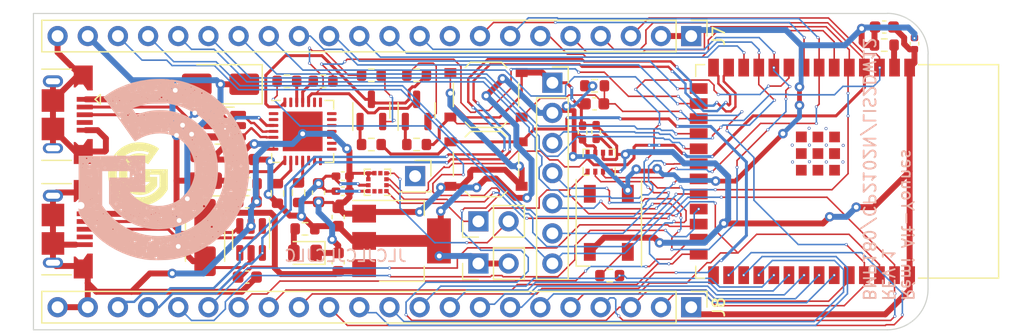
<source format=kicad_pcb>
(kicad_pcb (version 20221018) (generator pcbnew)
  (title_block (title "ESP32-WROOM-1 test board") (date "2023-08-24") (rev "v1.0") (company "Galacs corp"))
  (layers (0 "F.Cu" signal) (31 "B.Cu" signal) (34 "B.Paste" user) (35 "F.Paste" user) (36 "B.SilkS" user "B.Silkscreen") (37 "F.SilkS" user "F.Silkscreen") (38 "B.Mask" user) (39 "F.Mask" user) (44 "Edge.Cuts" user))
  (net 0 "")
  (net 1 "VBUS")
  (net 2 "Net-(U2-VBUS)")
  (net 3 "Net-(Q1-C)")
  (net 4 "/CHIP_PU")
  (net 5 "Net-(U2-RXD)")
  (net 6 "/U0TXD")
  (net 7 "Net-(U2-TXD)")
  (net 8 "/U0RXD")
  (net 9 "Net-(U2-~{SUSPEND})")
  (net 10 "GND")
  (net 11 "+3V3")
  (net 12 "Net-(U2-~{RST})")
  (net 13 "Net-(U1-3V3)")
  (net 14 "/DTR")
  (net 15 "Net-(Q1-B)")
  (net 16 "/RTS")
  (net 17 "Net-(Q2-B)")
  (net 18 "Net-(Q2-C)")
  (net 19 "/GPIO0")
  (net 20 "Net-(D1-A)")
  (net 21 "/GPIO38")
  (net 22 "Net-(D4-DIN)")
  (net 23 "Net-(J1-D+)")
  (net 24 "Net-(J1-D-)")
  (net 25 "/USB_DN")
  (net 26 "/USB_DP")
  (net 27 "Net-(J2-D+)")
  (net 28 "Net-(J2-D-)")
  (net 29 "/D-")
  (net 30 "/D+")
  (net 31 "+5V")
  (net 32 "/GPIO2")
  (net 33 "/GPIO1")
  (net 34 "/GPIO4")
  (net 35 "/GPIO5")
  (net 38 "/GPIO7")
  (net 55 "/GPIO6")
  (net 56 "/GPIO15")
  (net 57 "/GPIO16")
  (net 58 "/GPIO17")
  (net 59 "/GPIO18")
  (net 60 "/GPIO8")
  (net 61 "/GPIO3")
  (net 62 "/GPIO46")
  (net 63 "/GPIO9")
  (net 64 "/GPIO10")
  (net 65 "/GPIO11")
  (net 66 "/GPIO12")
  (net 67 "/GPIO13")
  (net 68 "/GPIO14")
  (net 69 "/GPIO21")
  (net 70 "/GPIO47")
  (net 71 "/GPIO48")
  (net 72 "/GPIO45")
  (net 73 "/GPIO35")
  (net 74 "/GPIO36")
  (net 75 "/GPIO37")
  (net 76 "/GPIO39")
  (net 77 "/GPIO40")
  (net 78 "/GPIO41")
  (net 79 "/GPIO42")
  (net 83 "unconnected-(J6-Pin_1-Pad1)")
  (footprint "Diode_SMD:D_SMA" (layer "F.Cu") (at 120.7381 87.5157 180)
    (fp_text reference "D2")
    (fp_text value "SS54")
  )
  (footprint "Package_TO_SOT_SMD:SOT-23-6" (layer "F.Cu") (at 121.0816 91.0057)
    (fp_text reference "U4")
    (fp_text value "USBLC6-2SC6")
  )
  (footprint "Package_LGA:LGA-12_2x2mm_P0.5mm" (layer "F.Cu") (at 133.9466 95.7747 180)
    (fp_text reference "U6")
    (fp_text value "LIS2DW12")
  )
  (footprint "Connector_PinHeader_2.54mm:PinHeader_1x02_P2.54mm_Vertical" (layer "F.Cu") (at 142.4501 102.6287 90)
    (fp_text reference "J4")
    (fp_text value "01x02")
  )
  (footprint "Connector_PinHeader_2.54mm:PinHeader_1x22_P2.54mm_Vertical" (layer "F.Cu") (at 160.3621 83.4517 -90)
    (fp_text reference "J7")
    (fp_text value "01x22")
  )
  (footprint "Connector_PinHeader_2.54mm:PinHeader_1x22_P2.54mm_Vertical" (layer "F.Cu") (at 160.3621 106.3117 -90)
    (fp_text reference "J8")
    (fp_text value "01x22")
  )
  (footprint "PCM_Espressif:ESP32-S3-WROOM-1" (layer "F.Cu") (at 170.4931 94.8607 -90)
    (fp_text reference "U1")
    (fp_text value "ESP32-S3-WROOM-1")
  )
  (footprint "Resistor_SMD:R_0603_1608Metric" (layer "F.Cu") (at 125.5321 96.7227 90)
    (fp_text reference "R5")
    (fp_text value "1K")
  )
  (footprint "Capacitor_SMD:C_0603_1608Metric" (layer "F.Cu") (at 128.9931 96.6597 -90)
    (fp_text reference "C10")
    (fp_text value "10u")
  )
  (footprint "Resistor_SMD:R_0603_1608Metric" (layer "F.Cu") (at 176.6181 84.2137)
    (fp_text reference "R1")
    (fp_text value "0")
  )
  (footprint "Resistor_SMD:R_0603_1608Metric" (layer "F.Cu") (at 126.3261 87.2617 180)
    (fp_text reference "R7")
    (fp_text value "0")
  )
  (footprint "Package_TO_SOT_SMD:SOT-223-3_TabPin2" (layer "F.Cu") (at 135.9781 100.7237)
    (fp_text reference "U3")
    (fp_text value "AMS1117-3.3")
  )
  (footprint "Capacitor_SMD:C_0402_1005Metric_Pad0.74x0.62mm_HandSolder" (layer "F.Cu") (at 131.0251 95.2627)
    (fp_text reference "C11")
    (fp_text value "100n")
  )
  (footprint "Resistor_SMD:R_0603_1608Metric" (layer "F.Cu") (at 133.4381 86.7537)
    (fp_text reference "R10")
    (fp_text value "10K")
  )
  (footprint "Diode_SMD:D_SMA" (layer "F.Cu") (at 119.4361 100.4377 -90)
    (fp_text reference "D3")
    (fp_text value "SS54")
  )
  (footprint "Resistor_SMD:R_0603_1608Metric" (layer "F.Cu") (at 137.2481 92.5957)
    (fp_text reference "R12")
    (fp_text value "0")
  )
  (footprint "Package_TO_SOT_SMD:SOT-23-6" (layer "F.Cu") (at 123.3121 100.6022 -90)
    (fp_text reference "U5")
    (fp_text value "USBLC6-2SC6")
  )
  (footprint "Connector_USB:USB_Micro-B_XKB_U254-051T-4BH83-F1S" (layer "F.Cu") (at 107.0221 90.0867 -90)
    (fp_text reference "J1")
    (fp_text value "USB_B_Micro")
  )
  (footprint "Capacitor_SMD:C_0603_1608Metric" (layer "F.Cu") (at 130.6441 102.5147 90)
    (fp_text reference "C6")
    (fp_text value "10u/10V")
  )
  (footprint "LED_SMD:LED_0805_2012Metric" (layer "F.Cu") (at 127.8501 101.7397 180)
    (fp_text reference "D1")
    (fp_text value "RED LED")
  )
  (footprint "Resistor_SMD:R_0805_2012Metric" (layer "F.Cu") (at 119.4361 95.6437)
    (fp_text reference "R3")
    (fp_text value "22.1K")
  )
  (footprint "Connector_PinHeader_2.54mm:PinHeader_1x02_P2.54mm_Vertical" (layer "F.Cu") (at 142.4501 99.0727 90)
    (fp_text reference "J3")
    (fp_text value "01x02")
  )
  (footprint "Capacitor_SMD:C_0402_1005Metric_Pad0.74x0.62mm_HandSolder" (layer "F.Cu") (at 151.2181 91.5797 90)
    (fp_text reference "C14")
    (fp_text value "100n")
  )
  (footprint "Resistor_SMD:R_0603_1608Metric" (layer "F.Cu") (at 129.3741 87.2617)
    (fp_text reference "R8")
    (fp_text value "0")
  )
  (footprint "Resistor_SMD:R_0603_1608Metric" (layer "F.Cu") (at 153.5041 103.6447 180)
    (fp_text reference "R14")
    (fp_text value "0")
  )
  (footprint "Package_LGA:Bosch_LGA-8_2x2.5mm_P0.65mm_ClockwisePinNumbering" (layer "F.Cu") (at 152.6151 94.0827 180)
    (fp_text reference "U7")
    (fp_text value "BMP280")
  )
  (footprint "Capacitor_SMD:C_0603_1608Metric" (layer "F.Cu") (at 122.9921 97.4217)
    (fp_text reference "C5")
    (fp_text value "1u/16V")
  )
  (footprint "Package_DFN_QFN:QFN-28-1EP_5x5mm_P0.5mm_EP3.35x3.35mm" (layer "F.Cu") (at 127.6541 91.4897)
    (fp_text reference "U2")
    (fp_text value "CP2102N-A02-GQFN28")
  )
  (footprint "Capacitor_SMD:C_0603_1608Metric" (layer "F.Cu") (at 176.6181 82.6897)
    (fp_text reference "C1")
    (fp_text value "10u/25V")
  )
  (footprint "Button_Switch_SMD:SW_Push_1P1T_XKB_TS-1187A" (layer "F.Cu") (at 143.0901 94.2467 180)
    (fp_text reference "SW1")
    (fp_text value "SW_Push")
  )
  (footprint "Capacitor_SMD:C_0603_1608Metric" (layer "F.Cu") (at 130.6441 98.7047 90)
    (fp_text reference "C7")
    (fp_text value "10u/10V")
  )
  (footprint "Resistor_SMD:R_0603_1608Metric" (layer "F.Cu") (at 127.3101 96.6597 -90)
    (fp_text reference "R6")
    (fp_text value "10K")
  )
  (footprint "Resistor_SMD:R_0603_1608Metric" (layer "F.Cu") (at 127.8501 99.7077 180)
    (fp_text reference "R13")
    (fp_text value "5.1K")
  )
  (footprint "Resistor_SMD:R_0603_1608Metric" (layer "F.Cu") (at 133.4381 92.5957)
    (fp_text reference "R11")
    (fp_text value "0")
  )
  (footprint "Capacitor_SMD:C_0603_1608Metric" (layer "F.Cu") (at 122.7701 93.8657)
    (fp_text reference "C4")
    (fp_text value "10u/25V")
  )
  (footprint "Package_TO_SOT_SMD:SOT-23" (layer "F.Cu") (at 133.4381 89.7232 90)
    (fp_text reference "Q2")
    (fp_text value "NPN")
  )
  (footprint "Button_Switch_SMD:SW_Push_1P1T_XKB_TS-1187A" (layer "F.Cu") (at 143.0901 88.4047)
    (fp_text reference "SW2")
    (fp_text value "SW_Push")
  )
  (footprint "Capacitor_SMD:C_0603_1608Metric" (layer "F.Cu") (at 152.2341 89.1667 180)
    (fp_text reference "C3")
    (fp_text value "1u/16V")
  )
  (footprint "Capacitor_SMD:C_0402_1005Metric_Pad0.74x0.62mm_HandSolder" (layer "F.Cu") (at 131.0251 96.5327 180)
    (fp_text reference "C12")
    (fp_text value "100n")
  )
  (footprint "Capacitor_SMD:C_0603_1608Metric" (layer "F.Cu") (at 119.4361 93.6117 180)
    (fp_text reference "C8")
    (fp_text value "10u/25V")
  )
  (footprint "Capacitor_SMD:C_0603_1608Metric" (layer "F.Cu") (at 122.9921 103.7717 180)
    (fp_text reference "C9")
    (fp_text value "10u/25V")
  )
  (footprint "Resistor_SMD:R_0603_1608Metric" (layer "F.Cu") (at 122.9921 95.8977)
    (fp_text reference "R4")
    (fp_text value "47.5K")
  )
  (footprint "Capacitor_SMD:C_0402_1005Metric_Pad0.74x0.62mm_HandSolder" (layer "F.Cu") (at 152.3611 91.5427 90)
    (fp_text reference "C13")
    (fp_text value "100n")
  )
  (footprint "LED_SMD:LED_SK6812_PLCC4_5.0x5.0mm_P3.2mm" (layer "F.Cu") (at 153.4281 99.1997 -90)
    (fp_text reference "D4")
    (fp_text value "SK6812")
  )
  (footprint "Connector_USB:USB_Micro-B_XKB_U254-051T-4BH83-F1S" (layer "F.Cu") (at 107.0221 99.7387 -90)
    (fp_text reference "J2")
    (fp_text value "USB_B_Micro")
  )
  (footprint "Resistor_SMD:R_0603_1608Metric" (layer "F.Cu") (at 152.2341 87.6427)
    (fp_text reference "R2")
    (fp_text value "10K")
  )
  (footprint "Package_TO_SOT_SMD:SOT-23" (layer "F.Cu") (at 137.2481 89.7232 90)
    (fp_text reference "Q1")
    (fp_text value "NPN")
  )
  (footprint "Capacitor_SMD:C_0402_1005Metric" (layer "F.Cu") (at 179.1581 84.0867 -90)
    (fp_text reference "C2")
    (fp_text value "0.1u/50V")
  )
  (footprint "LOGO" (layer "F.Cu") (at 113.8682 95.0722)
    (fp_text reference "G***")
    (fp_text value "LOGO" hide)
  )
  (footprint "Connector_PinSocket_2.54mm:PinSocket_1x07_P2.54mm_Vertical" (layer "F.Cu") (at 148.6781 87.3887)
    (fp_text reference "J5")
    (fp_text value "01x07")
  )
  (footprint "Connector_PinSocket_2.54mm:PinSocket_1x01_P2.54mm_Vertical" (layer "F.Cu") (at 137.1211 95.2627)
    (fp_text reference "J6")
    (fp_text value "01x")
  )
  (footprint "Resistor_SMD:R_0603_1608Metric" (layer "F.Cu") (at 137.2481 86.7537 180)
    (fp_text reference "R9")
    (fp_text value "10K")
  )
  (footprint "LOGO" (layer "B.Cu") (at 115.7478 94.6658 180)
    (fp_text reference "G***")
    (fp_text value "LOGO" hide)
  )
  (gr_line (start 180.3011 84.9757) (end 180.3011 104.7877) (stroke (width 0.1)) (layer "Edge.Cuts"))
  (gr_line (start 104.9901 81.5467) (end 104.9901 108.2167) (stroke (width 0.1)) (layer "Edge.Cuts"))
  (gr_line (start 104.9901 108.2167) (end 176.8721 108.2167) (stroke (width 0.1)) (layer "Edge.Cuts"))
  (gr_arc (start 176.8721 81.536978) (mid 179.303644 82.544156) (end 180.310822 84.9757) (stroke (width 0.1)) (layer "Edge.Cuts"))
  (gr_arc (start 180.3011 104.7877) (mid 179.296769 107.212369) (end 176.8721 108.2167) (stroke (width 0.1)) (layer "Edge.Cuts"))
  (gr_line (start 104.9901 81.5467) (end 176.8721 81.5467) (stroke (width 0.1)) (layer "Edge.Cuts"))
  (gr_text "JLCJLCJLCJLC" (at 136.4996 102.5652) (layer "B.SilkS") (effects (font (size 1 1)) (justify left bottom mirror)))
  (gr_text "Rémi Ait-Younes\nREV 1\nBMP180/CP2102N/LIS2DW12" (at 174.752 105.8672 270) (layer "B.SilkS") (effects (font (size 1 1)) (justify left bottom mirror)))
  (via (at 170.3189 94.0435) (size 0.25) (drill 0.15) (layers "F.Cu" "B.Cu") (net 0))
  (via (at 168.8965 94.0689) (size 0.25) (drill 0.15) (layers "F.Cu" "B.Cu") (net 0))
  (via (at 171.7413 92.6465) (size 0.25) (drill 0.15) (layers "F.Cu" "B.Cu") (net 0))
  (via (at 171.7413 94.0689) (size 0.25) (drill 0.15) (layers "F.Cu" "B.Cu") (net 0))
  (via (at 170.2935 91.2241) (size 0.25) (drill 0.15) (layers "F.Cu" "B.Cu") (net 0))
  (via (at 173.1637 92.6719) (size 0.25) (drill 0.15) (layers "F.Cu" "B.Cu") (net 0))
  (via (at 173.1383 94.0689) (size 0.25) (drill 0.15) (layers "F.Cu" "B.Cu") (net 0))
  (via (at 171.7159 91.2495) (size 0.25) (drill 0.15) (layers "F.Cu" "B.Cu") (net 0))
  (via (at 168.8711 92.6465) (size 0.25) (drill 0.15) (layers "F.Cu" "B.Cu") (net 0))
  (via (at 170.3189 92.6465) (size 0.25) (drill 0.15) (layers "F.Cu" "B.Cu") (net 0))
  (segment (start 123.3121 101.7397) (end 123.3121 102.329517) (width 0.25) (layer "F.Cu") (net 1))
  (segment (start 116.696525 98.4387) (end 109.413471 98.4387) (width 0.5) (layer "F.Cu") (net 1))
  (segment (start 122.669917 102.9717) (end 119.9701 102.9717) (width 0.25) (layer "F.Cu") (net 1))
  (segment (start 116.9281 88.7867) (end 109.413471 88.7867) (width 0.5) (layer "F.Cu") (net 1))
  (segment (start 117.037456 95.6437) (end 117.037456 98.779631) (width 0.5) (layer "F.Cu") (net 1))
  (segment (start 117.037456 98.779631) (end 117.2558 98.997975) (width 0.5) (layer "F.Cu") (net 1))
  (segment (start 120.9316 90.102451) (end 120.9316 89.7092) (width 0.25) (layer "F.Cu") (net 1))
  (segment (start 118.4326 102.4377) (end 117.1821 101.1872) (width 0.5) (layer "F.Cu") (net 1))
  (segment (start 120.9316 89.7092) (end 118.7381 87.5157) (width 0.25) (layer "F.Cu") (net 1))
  (segment (start 117.4671 88.7867) (end 116.9281 88.7867) (width 0.5) (layer "F.Cu") (net 1))
  (segment (start 116.9281 88.7867) (end 116.9281 88.0237) (width 0.5) (layer "F.Cu") (net 1))
  (segment (start 119.4361 102.4377) (end 118.4326 102.4377) (width 0.5) (layer "F.Cu") (net 1))
  (segment (start 117.2558 98.997975) (end 116.696525 98.4387) (width 0.5) (layer "F.Cu") (net 1))
  (segment (start 118.5236 95.6437) (end 117.037456 95.6437) (width 0.5) (layer "F.Cu") (net 1))
  (segment (start 121.834849 91.0057) (end 120.9316 90.102451) (width 0.25) (layer "F.Cu") (net 1))
  (segment (start 118.7381 87.5157) (end 117.4671 88.7867) (width 0.5) (layer "F.Cu") (net 1))
  (segment (start 122.2191 91.0057) (end 121.834849 91.0057) (width 0.25) (layer "F.Cu") (net 1))
  (segment (start 119.9701 102.9717) (end 119.4361 102.4377) (width 0.25) (layer "F.Cu") (net 1))
  (segment (start 117.037456 91.825953) (end 117.037456 95.6437) (width 0.5) (layer "F.Cu") (net 1))
  (segment (start 123.3121 102.329517) (end 122.669917 102.9717) (width 0.25) (layer "F.Cu") (net 1))
  (via (at 117.2558 98.997975) (size 0.8) (drill 0.4) (layers "F.Cu" "B.Cu") (net 1))
  (via (at 116.9281 88.0237) (size 0.8) (drill 0.4) (layers "F.Cu" "B.Cu") (net 1))
  (via (at 117.037456 91.825953) (size 0.8) (drill 0.4) (layers "F.Cu" "B.Cu") (net 1))
  (via (at 117.1821 101.1872) (size 0.8) (drill 0.4) (layers "F.Cu" "B.Cu") (net 1))
  (segment (start 117.1821 99.071675) (end 117.2558 98.997975) (width 0.5) (layer "B.Cu") (net 1))
  (segment (start 116.693675 88.258125) (end 116.693675 91.482172) (width 0.5) (layer "B.Cu") (net 1))
  (segment (start 117.1821 101.1872) (end 117.1821 99.071675) (width 0.5) (layer "B.Cu") (net 1))
  (segment (start 116.9281 88.0237) (end 116.693675 88.258125) (width 0.5) (layer "B.Cu") (net 1))
  (segment (start 116.693675 91.482172) (end 117.037456 91.825953) (width 0.5) (layer "B.Cu") (net 1))
  (segment (start 126.1541 93.9397) (end 125.2121 94.8817) (width 0.25) (layer "F.Cu") (net 2))
  (segment (start 123.1831 94.8817) (end 122.1671 95.8977) (width 0.25) (layer "F.Cu") (net 2))
  (segment (start 125.2121 94.8817) (end 123.1831 94.8817) (width 0.25) (layer "F.Cu") (net 2))
  (segment (start 121.9131 95.6437) (end 122.1671 95.8977) (width 0.5) (layer "F.Cu") (net 2))
  (segment (start 122.1671 97.3717) (end 122.2171 97.4217) (width 0.5) (layer "F.Cu") (net 2))
  (segment (start 122.1671 95.8977) (end 122.1671 97.3717) (width 0.5) (layer "F.Cu") (net 2))
  (segment (start 120.3486 95.6437) (end 121.9131 95.6437) (width 0.5) (layer "F.Cu") (net 2))
  (segment (start 136.2981 90.6607) (end 136.2981 92.7247) (width 0.25) (layer "F.Cu") (net 3))
  (segment (start 136.2981 92.7247) (end 136.4231 92.8497) (width 0.25) (layer "F.Cu") (net 3))
  (segment (start 159.4731 89.8017) (end 154.5971 89.8017) (width 0.13) (layer "F.Cu") (net 4))
  (segment (start 146.0901 90.2797) (end 145.5267 90.8431) (width 0.13) (layer "F.Cu") (net 4))
  (segment (start 153.9621 89.1667) (end 153.0091 89.1667) (width 0.13) (layer "F.Cu") (net 4))
  (segment (start 149.781135 88.698665) (end 147.671135 88.698665) (width 0.13) (layer "F.Cu") (net 4))
  (segment (start 171.92128 81.9277) (end 156.8061 81.9277) (width 0.13) (layer "F.Cu") (net 4))
  (segment (start 146.0901 90.2797) (end 147.671135 88.698665) (width 0.13) (layer "F.Cu") (net 4))
  (segment (start 145.5267 90.8431) (end 140.6535 90.8431) (width 0.13) (layer "F.Cu") (net 4))
  (segment (start 152.2691 88.4267) (end 150.0531 88.4267) (width 0.13) (layer "F.Cu") (net 4))
  (segment (start 154.5971 89.8017) (end 153.9621 89.1667) (width 0.13) (layer "F.Cu") (net 4))
  (segment (start 176.2371 86.1187) (end 176.2131 85.2307) (width 0.13) (layer "F.Cu") (net 4))
  (segment (start 176.2131 85.2307) (end 175.9361 84.9537) (width 0.13) (layer "F.Cu") (net 4))
  (segment (start 138.0731 92.5957) (end 138.6451 92.5957) (width 0.25) (layer "F.Cu") (net 4))
  (segment (start 153.0591 89.1167) (end 153.0091 89.1667) (width 0.13) (layer "F.Cu") (net 4))
  (segment (start 176.2371 86.1187) (end 176.2131 86.1107) (width 0.13) (layer "F.Cu") (net 4))
  (segment (start 140.6535 90.8431) (end 140.0901 90.2797) (width 0.13) (layer "F.Cu") (net 4))
  (segment (start 174.94728 84.9537) (end 171.92128 81.9277) (width 0.13) (layer "F.Cu") (net 4))
  (segment (start 139.1531 91.2167) (end 140.0901 90.2797) (width 0.25) (layer "F.Cu") (net 4))
  (segment (start 139.1531 92.0877) (end 139.1531 91.2167) (width 0.25) (layer "F.Cu") (net 4))
  (segment (start 138.6451 92.5957) (end 139.1531 92.0877) (width 0.25) (layer "F.Cu") (net 4))
  (segment (start 153.0591 87.6427) (end 153.0591 89.1167) (width 0.13) (layer "F.Cu") (net 4))
  (segment (start 153.0091 89.1667) (end 152.2691 88.4267) (width 0.13) (layer "F.Cu") (net 4))
  (segment (start 156.8061 81.9277) (end 155.2821 83.4517) (width 0.13) (layer "F.Cu") (net 4))
  (segment (start 150.0531 88.4267) (end 149.781135 88.698665) (width 0.13) (layer "F.Cu") (net 4))
  (segment (start 175.9361 84.9537) (end 174.94728 84.9537) (width 0.13) (layer "F.Cu") (net 4))
  (via (at 176.2371 86.1187) (size 0.25) (drill 0.15) (layers "F.Cu" "B.Cu") (net 4))
  (via (at 159.4731 89.8017) (size 0.25) (drill 0.15) (layers "F.Cu" "B.Cu") (net 4))
  (segment (start 176.2371 87.1601) (end 175.7037 87.6935) (width 0.13) (layer "B.Cu") (net 4))
  (segment (start 168.499244 88.3703) (end 167.0005 88.3703) (width 0.13) (layer "B.Cu") (net 4))
  (segment (start 167.0005 88.3703) (end 164.8071 90.5637) (width 0.13) (layer "B.Cu") (net 4))
  (segment (start 164.8071 90.5637) (end 160.2351 90.5637) (width 0.13) (layer "B.Cu") (net 4))
  (segment (start 160.2351 90.5637) (end 159.4731 89.8017) (width 0.13) (layer "B.Cu") (net 4))
  (segment (start 173.1383 87.6935) (end 172.4271 88.4047) (width 0.13) (layer "B.Cu") (net 4))
  (segment (start 175.7037 87.6935) (end 173.1383 87.6935) (width 0.13) (layer "B.Cu") (net 4))
  (segment (start 168.533644 88.4047) (end 168.499244 88.3703) (width 0.13) (layer "B.Cu") (net 4))
  (segment (start 176.2371 86.1187) (end 176.2371 87.1601) (width 0.13) (layer "B.Cu") (net 4))
  (segment (start 172.4271 88.4047) (end 168.533644 88.4047) (width 0.13) (layer "B.Cu") (net 4))
  (segment (start 127.6541 88.1567) (end 128.5491 87.2617) (width 0.25) (layer "F.Cu") (net 5))
  (segment (start 127.6541 89.0397) (end 127.6541 88.1567) (width 0.25) (layer "F.Cu") (net 5))
  (segment (start 158.9371 105.1967) (end 161.4771 105.1967) (width 0.13) (layer "F.Cu") (net 6))
  (segment (start 141.794955 89.878155) (end 140.9819 89.0651) (width 0.13) (layer "F.Cu") (net 6))
  (segment (start 142.320844 89.7255) (end 142.168189 89.878155) (width 0.13) (layer "F.Cu") (net 6))
  (segment (start 153.048709 86.4997) (end 155.080709 88.5317) (width 0.13) (layer "F.Cu") (net 6))
  (segment (start 155.080709 88.5317) (end 159.2699 88.5317) (width 0.13) (layer "F.Cu") (net 6))
  (segment (start 174.9431 102.5539) (end 174.9431 103.6107) (width 0.13) (layer "F.Cu") (net 6))
  (segment (start 142.168189 89.878155) (end 141.794955 89.878155) (width 0.13) (layer "F.Cu") (net 6))
  (segment (start 131.4059 85.4077) (end 131.2029 85.6107) (width 0.13) (layer "F.Cu") (net 6))
  (segment (start 145.1983 86.276198) (end 145.1983 87.8459) (width 0.13) (layer "F.Cu") (net 6))
  (segment (start 164.6293 89.8271) (end 163.3847 91.0717) (width 0.13) (layer "F.Cu") (net 6))
  (segment (start 173.2491 106.1847) (end 174.9431 104.4907) (width 0.13) (layer "F.Cu") (net 6))
  (segment (start 140.9819 86.0165) (end 140.3731 85.4077) (width 0.13) (layer "F.Cu") (net 6))
  (segment (start 157.8221 106.3117) (end 158.9371 105.1967) (width 0.13) (layer "F.Cu") (net 6))
  (segment (start 130.1991 87.2617) (end 130.1991 86.7659) (width 0.13) (layer "F.Cu") (net 6))
  (segment (start 130.1991 86.7659) (end 129.2471 85.8139) (width 0.13) (layer "F.Cu") (net 6))
  (segment (start 140.3731 85.4077) (end 131.4059 85.4077) (width 0.13) (layer "F.Cu") (net 6))
  (segment (start 174.9431 104.4907) (end 174.9431 103.6107) (width 0.13) (layer "F.Cu") (net 6))
  (segment (start 143.3187 89.7255) (end 142.320844 89.7255) (width 0.13) (layer "F.Cu") (net 6))
  (segment (start 161.4771 105.1967) (end 162.4651 106.1847) (width 0.13) (layer "F.Cu") (net 6))
  (segment (start 150.8879 86.4997) (end 153.048709 86.4997) (width 0.13) (layer "F.Cu") (net 6))
  (segment (start 140.9819 89.0651) (end 140.9819 86.0165) (width 0.13) (layer "F.Cu") (net 6))
  (segment (start 162.4651 106.1847) (end 173.2491 106.1847) (width 0.13) (layer "F.Cu") (net 6))
  (segment (start 173.4177 101.0285) (end 174.9431 102.5539) (width 0.13) (layer "F.Cu") (net 6))
  (segment (start 163.3847 91.0717) (end 163.3847 91.4273) (width 0.13) (layer "F.Cu") (net 6))
  (segment (start 145.1983 87.8459) (end 143.3187 89.7255) (width 0.13) (layer "F.Cu") (net 6))
  (via (at 145.1983 86.276198) (size 0.25) (drill 0.15) (layers "F.Cu" "B.Cu") (net 6))
  (via (at 129.2471 85.8139) (size 0.25) (drill 0.15) (layers "F.Cu" "B.Cu") (net 6))
  (via (at 173.4177 101.0285) (size 0.25) (drill 0.15) (layers "F.Cu" "B.Cu") (net 6))
  (via (at 131.2029 85.6107) (size 0.25) (drill 0.15) (layers "F.Cu" "B.Cu") (net 6))
  (via (at 150.8879 86.4997) (size 0.25) (drill 0.15) (layers "F.Cu" "B.Cu") (net 6))
  (via (at 164.6293 89.8271) (size 0.25) (drill 0.15) (layers "F.Cu" "B.Cu") (net 6))
  (via (at 159.2699 88.5317) (size 0.25) (drill 0.15) (layers "F.Cu" "B.Cu") (net 6))
  (via (at 163.3847 91.4273) (size 0.25) (drill 0.15) (layers "F.Cu" "B.Cu") (net 6))
  (segment (start 164.318699 90.137701) (end 164.6293 89.8271) (width 0.13) (layer "B.Cu") (net 6))
  (segment (start 159.2699 88.5317) (end 160.875901 90.137701) (width 0.13) (layer "B.Cu") (net 6))
  (segment (start 129.2471 85.8139) (end 130.9997 85.8139) (width 0.13) (layer "B.Cu") (net 6))
  (segment (start 150.604898 86.216698) (end 150.8879 86.4997) (width 0.13) (layer "B.Cu") (net 6))
  (segment (start 163.3847 91.4273) (end 165.6453 93.6879) (width 0.13) (layer "B.Cu") (net 6))
  (segment (start 160.875901 90.137701) (end 164.318699 90.137701) (width 0.13) (layer "B.Cu") (net 6))
  (segment (start 145.1983 86.276198) (end 145.2578 86.216698) (width 0.13) (layer "B.Cu") (net 6))
  (segment (start 130.9997 85.8139) (end 131.2029 85.6107) (width 0.13) (layer "B.Cu") (net 6))
  (segment (start 165.6453 97.2947) (end 169.3791 101.0285) (width 0.13) (layer "B.Cu") (net 6))
  (segment (start 145.2578 86.216698) (end 150.604898 86.216698) (width 0.13) (layer "B.Cu") (net 6))
  (segment (start 165.6453 93.6879) (end 165.6453 97.2947) (width 0.13) (layer "B.Cu") (net 6))
  (segment (start 169.3791 101.0285) (end 173.4177 101.0285) (width 0.13) (layer "B.Cu") (net 6))
  (segment (start 127.1541 87.5187) (end 127.1511 87.5157) (width 0.25) (layer "F.Cu") (net 7))
  (segment (start 127.1541 89.0397) (end 127.1541 87.2647) (width 0.25) (layer "F.Cu") (net 7))
  (segment (start 127.1541 87.2647) (end 127.1511 87.2617) (width 0.25) (layer "F.Cu") (net 7))
  (segment (start 154.318949 106.3117) (end 155.2821 106.3117) (width 0.13) (layer "F.Cu") (net 8))
  (segment (start 143.99271 96.2697) (end 144.1901 96.46709) (width 0.13) (layer "F.Cu") (net 8))
  (segment (start 138.6197 96.5835) (end 138.924901 96.888701) (width 0.13) (layer "F.Cu") (net 8))
  (segment (start 138.924901 96.888701) (end 142.944555 96.888701) (width 0.13) (layer "F.Cu") (net 8))
  (segment (start 161.613791 104.866701) (end 162.55079 105.8037) (width 0.13) (layer "F.Cu") (net 8))
  (segment (start 153.203949 107.4267) (end 154.318949 106.3117) (width 0.13) (layer "F.Cu") (net 8))
  (segment (start 136.3591 106.9467) (end 136.8391 107.4267) (width 0.13) (layer "F.Cu") (net 8))
  (segment (start 143.08471 97.9577) (end 141.2841 97.9577) (width 0.13) (layer "F.Cu") (net 8))
  (segment (start 142.944555 96.888701) (end 143.563556 96.2697) (width 0.13) (layer "F.Cu") (net 8))
  (segment (start 155.2821 106.3117) (end 156.727099 104.866701) (width 0.13) (layer "F.Cu") (net 8))
  (segment (start 138.6197 95.88179) (end 138.6197 96.5835) (width 0.13) (layer "F.Cu") (net 8))
  (segment (start 141.1851 95.1357) (end 139.36579 95.1357) (width 0.13) (layer "F.Cu") (net 8))
  (segment (start 173.6731 104.0707) (end 173.6731 103.6107) (width 0.13) (layer "F.Cu") (net 8))
  (segment (start 125.5011 88.4677) (end 125.1831 88.7857) (width 0.13) (layer "F.Cu") (net 8))
  (segment (start 139.36579 95.1357) (end 138.6197 95.88179) (width 0.13) (layer "F.Cu") (net 8))
  (segment (start 171.9401 105.8037) (end 173.6731 104.0707) (width 0.13) (layer "F.Cu") (net 8))
  (segment (start 162.55079 105.8037) (end 171.9401 105.8037) (width 0.13) (layer "F.Cu") (net 8))
  (segment (start 143.563556 96.2697) (end 143.99271 96.2697) (width 0.13) (layer "F.Cu") (net 8))
  (segment (start 136.8391 107.4267) (end 153.203949 107.4267) (width 0.13) (layer "F.Cu") (net 8))
  (segment (start 144.1901 96.46709) (end 144.1901 96.85231) (width 0.13) (layer "F.Cu") (net 8))
  (segment (start 156.727099 104.866701) (end 161.613791 104.866701) (width 0.13) (layer "F.Cu") (net 8))
  (segment (start 141.2841 97.9577) (end 141.0581 98.1837) (width 0.13) (layer "F.Cu") (net 8))
  (segment (start 144.1901 96.85231) (end 143.08471 97.9577) (width 0.13) (layer "F.Cu") (net 8))
  (segment (start 125.5011 87.2617) (end 125.5011 88.4677) (width 0.13) (layer "F.Cu") (net 8))
  (via (at 141.0581 98.1837) (size 0.25) (drill 0.15) (layers "F.Cu" "B.Cu") (net 8))
  (via (at 136.3591 106.9467) (size 0.25) (drill 0.15) (layers "F.Cu" "B.Cu") (net 8))
  (via (at 141.1851 95.1357) (size 0.25) (drill 0.15) (layers "F.Cu" "B.Cu") (net 8))
  (via (at 125.1831 88.7857) (size 0.25) (drill 0.15) (layers "F.Cu" "B.Cu") (net 8))
  (segment (start 136.3591 105.877851) (end 138.030249 104.206702) (width 0.13) (layer "B.Cu") (net 8))
  (segment (start 141.1851 94.2467) (end 141.1851 95.1357) (width 0.13) (layer "B.Cu") (net 8))
  (segment (start 146.0391 101.5137) (end 142.6611 101.5137) (width 0.13) (layer "B.Cu") (net 8))
  (segment (start 142.6611 101.5137) (end 141.0581 99.9107) (width 0.13) (layer "B.Cu") (net 8))
  (segment (start 141.0581 99.9107) (end 141.0581 98.1837) (width 0.13) (layer "B.Cu") (net 8))
  (segment (start 145.703098 104.206702) (end 146.6461 103.2637) (width 0.13) (layer "B.Cu") (net 8))
  (segment (start 138.030249 104.206702) (end 145.703098 104.206702) (width 0.13) (layer "B.Cu") (net 8))
  (segment (start 137.9671 91.0287) (end 141.1851 94.2467) (width 0.13) (layer "B.Cu") (net 8))
  (segment (start 125.1831 88.7857) (end 127.4261 91.0287) (width 0.13) (layer "B.Cu") (net 8))
  (segment (start 146.6461 103.2637) (end 146.6461 102.1207) (width 0.13) (layer "B.Cu") (net 8))
  (segment (start 127.4261 91.0287) (end 137.9671 91.0287) (width 0.13) (layer "B.Cu") (net 8))
  (segment (start 136.3591 106.9467) (end 136.3591 105.877851) (width 0.13) (layer "B.Cu") (net 8))
  (segment (start 146.6461 102.1207) (end 146.0391 101.5137) (width 0.13) (layer "B.Cu") (net 8))
  (segment (start 127.6541 95.4907) (end 127.3101 95.8347) (width 0.25) (layer "F.Cu") (net 9))
  (segment (start 127.6541 93.9397) (end 127.6541 95.4907) (width 0.25) (layer "F.Cu") (net 9))
  (segment (start 131.5926 95.2627) (end 131.5926 96.5327) (width 0.5) (layer "F.Cu") (net 10))
  (segment (start 141.7601 95.373873) (end 141.7601 94.897527) (width 0.5) (layer "F.Cu") (net 10))
  (segment (start 108.5321 93.1867) (end 106.6321 91.2867) (width 0.5) (layer "F.Cu") (net 10))
  (segment (start 150.3799 88.8162) (end 150.8066 89.2429) (width 0.25) (layer "F.Cu") (net 10))
  (segment (start 140.0901 96.1217) (end 141.012273 96.1217) (width 0.5) (layer "F.Cu") (net 10))
  (segment (start 145.8841 94.4245) (end 146.0901 94.6305) (width 0.5) (layer "F.Cu") (net 10))
  (segment (start 154.1663 93.4339) (end 154.0901 93.3577) (width 0.25) (layer "F.Cu") (net 10))
  (segment (start 131.1434 97.4812) (end 131.5926 97.032) (width 0.5) (layer "F.Cu") (net 10))
  (segment (start 123.7671 97.4217) (end 123.7861 97.4217) (width 0.5) (layer "F.Cu") (net 10))
  (segment (start 121.9951 93.8657) (end 123.3159 92.5449) (width 0.5) (layer "F.Cu") (net 10))
  (segment (start 154.3921 94.8827) (end 154.3931 94.8817) (width 0.25) (layer "F.Cu") (net 10))
  (segment (start 119.9441 91.0057) (end 120.8499 91.0057) (width 0.5) (layer "F.Cu") (net 10))
  (segment (start 130.6441 101.7397) (end 128.7876 101.7397) (width 0.5) (layer "F.Cu") (net 10))
  (segment (start 113.2451 105.0117) (end 110.2941 105.0117) (width 0.5) (layer "F.Cu") (net 10))
  (segment (start 178.7531 103.6107) (end 178.7531 94.8563) (width 0.5) (layer "F.Cu") (net 10))
  (segment (start 130.6441 97.4812) (end 131.1434 97.4812) (width 0.5) (layer "F.Cu") (net 10))
  (segment (start 106.7321 101.0387) (end 108.550729 101.0387) (width 0.5) (layer "F.Cu") (net 10))
  (segment (start 178.6501 86.0077) (end 178.7531 86.1107) (width 0.5) (layer "F.Cu") (net 10))
  (segment (start 141.937327 94.7203) (end 144.6887 94.7203) (width 0.5) (layer "F.Cu") (net 10))
  (segment (start 146.0901 86.5297) (end 147.8191 86.5297) (width 0.5) (layer "F.Cu") (net 10))
  (segment (start 123.7671 103.7717) (end 122.5271 105.0117) (width 0.5) (layer "F.Cu") (net 10))
  (segment (start 175.7305 97.8789) (end 178.7531 94.8563) (width 0.5) (layer "F.Cu") (net 10))
  (segment (start 179.1581 85.7057) (end 178.7531 86.1107) (width 0.5) (layer "F.Cu") (net 10))
  (segment (start 140.0901 88.2777) (end 140.0901 89.0115) (width 0.2) (layer "F.Cu") (net 10))
  (segment (start 151.1165 89.5528) (end 151.1165 90.9106) (width 0.25) (layer "F.Cu") (net 10))
  (segment (start 109.5621 104.2797) (end 109.5621 103.2187) (width 0.5) (layer "F.Cu") (net 10))
  (segment (start 179.1581 84.5667) (end 179.1581 85.7057) (width 0.5) (layer "F.Cu") (net 10))
  (segment (start 109.1821 102.8387) (end 106.9071 102.8387) (width 0.5) (layer "F.Cu") (net 10))
  (segment (start 133.1966 95.0122) (end 133.1841 95.0247) (width 0.25) (layer "F.Cu") (net 10))
  (segment (start 123.7671 95.9477) (end 123.8171 95.8977) (width 0.5) (layer "F.Cu") (net 10))
  (segment (start 109.1821 93.1867) (end 109.1821 96.6387) (width 0.5) (layer "F.Cu") (net 10))
  (segment (start 109.1821 86.9867) (end 108.5321 86.9867) (width 0.5) (layer "F.Cu") (net 10))
  (segment (start 116.6741 103.4669) (end 114.7899 103.4669) (width 0.5) (layer "F.Cu") (net 10))
  (segment (start 160.3621 106.3117) (end 160.9621 106.9117) (width 0.5) (layer "F.Cu") (net 10))
  (segment (start 151.3829 89.2429) (end 151.4591 89.1667) (width 0.25) (layer "F.Cu") (net 10))
  (segment (start 178.7531 94.8563) (end 178.7531 86.1107) (width 0.5) (layer "F.Cu") (net 10))
  (segment (start 149.8719 87.3887) (end 150.3037 87.8205) (width 0.25) (layer "F.Cu") (net 10))
  (segment (start 146.0901 88.4527) (end 146.0901 86.5297) (width 0.2) (layer "F.Cu") (net 10))
  (segment (start 141.7601 94.897527) (end 141.937327 94.7203) (width 0.5) (layer "F.Cu") (net 10))
  (segment (start 106.9071 96.6387) (end 106.6321 96.9137) (width 0.5) (layer "F.Cu") (net 10))
  (segment (start 154.0901 93.3577) (end 154.0901 92.7042) (width 0.25) (layer "F.Cu") (net 10))
  (segment (start 109.1821 93.1867) (end 108.5321 93.1867) (width 0.5) (layer "F.Cu") (net 10))
  (segment (start 123.3159 92.5449) (end 123.5829 92.5449) (width 0.5) (layer "F.Cu") (net 10))
  (segment (start 109.5621 103.2187) (end 109.1821 102.8387) (width 0.5) (layer "F.Cu") (net 10))
  (segment (start 147.8191 86.5297) (end 148.6781 87.3887) (width 0.5) (layer "F.Cu") (net 10))
  (segment (start 152.9401 93.7827) (end 153.0151 93.8577) (width 0.25) (layer "F.Cu") (net 10))
  (segment (start 106.6321 88.8867) (end 106.6321 87.2617) (width 0.5) (layer "F.Cu") (net 10))
  (segment (start 148.6781 87.3887) (end 149.8719 87.3887) (width 0.25) (layer "F.Cu") (net 10))
  (segment (start 133.6966 95.0122) (end 133.1966 95.0122) (width 0.25) (layer "F.Cu") (net 10))
  (segment (start 144.6887 94.7203) (end 146.0901 96.1217) (width 0.5) (layer "F.Cu") (net 10))
  (segment (start 106.6321 100.9387) (end 106.6321 102.5637) (width 0.5) (layer "F.Cu") (net 10))
  (segment (start 176.7021 106.9117) (end 178.7531 104.8607) (width 0.5) (layer "F.Cu") (net 10))
  (segment (start 110.3851 91.3867) (end 109.413471 91.3867) (width 0.5) (layer "F.Cu") (net 10))
  (segment (start 122.5271 105.0117) (end 113.2451 105.0117) (width 0.5) (layer "F.Cu") (net 10))
  (segment (start 141.3883 90.3097) (end 144.2331 90.3097) (width 0.2) (layer "F.Cu") (net 10))
  (segment (start 146.0901 94.6305) (end 146.0901 96.1217) (width 0.5) (layer "F.Cu") (net 10))
  (segment (start 111.0861 93.1037) (end 111.0861 92.0877) (width 0.5) (layer "F.Cu") (net 10))
  (segment (start 110.2941 105.0117) (end 109.5621 104.2797) (width 0.5) (layer "F.Cu") (net 10))
  (segment (start 151.2551 90.9752) (end 151.2181 91.0122) (width 0.25) (layer "F.Cu") (net 10))
  (segment (start 178.2931 84.1107) (end 178.2931 83.5897) (width 0.5) (layer "F.Cu") (net 10))
  (segment (start 109.1821 93.1867) (end 111.0031 93.1867) (width 0.5) (layer "F.Cu") (net 10))
  (segment (start 107.0221 84.8267) (end 109.1821 86.9867) (width 0.5) (layer "F.Cu") (net 10))
  (segment (start 131.5926 95.2627) (end 131.5926 93.153099) (width 0.5) (layer "F.Cu") (net 10))
  (segment (start 106.9071 102.8387) (end 106.6321 102.5637) (width 0.5) (layer "F.Cu") (net 10))
  (segment (start 106.6321 91.2867) (end 106.6321 92.9117) (width 0.5) (layer "F.Cu") (net 10))
  (segment (start 139.386701 96.1217) (end 139.2842 96.224201) (width 0.5) (layer "F.Cu") (net 10))
  (segment (start 154.8249 93.4339) (end 154.1663 93.4339) (width 0.25) (layer "F.Cu") (net 10))
  (segment (start 106.6321 98.5387) (end 106.6321 96.9137) (width 0.5) (layer "F.Cu") (net 10))
  (segment (start 130.6441 101.7397) (end 130.6441 101.1047) (width 0.5) (layer "F.Cu") (net 10))
  (segment (start 125.2041 90.9897) (end 124.6185 90.9897) (width 0.25) (layer "F.Cu") (net 10))
  (segment (start 133.1841 95.0247) (end 131.8306 95.0247) (width 0.25) (layer "F.Cu") (net 10))
  (segment (start 178.2931 83.5897) (end 177.3931 82.6897) (width 0.5) (layer "F.Cu") (net 10))
  (segment (start 109.5621 106.3117) (end 109.5621 104.2797) (width 0.5) (layer "F.Cu") (net 10))
  (segment (start 130.6441 97.9297) (end 130.6441 97.4812) (width 0.25) (layer "F.Cu") (net 10))
  (segment (start 132.8281 98.4237) (end 131.1381 98.4237) (width 0.5) (layer "F.Cu") (net 10))
  (segment (start 114.7899 103.4669) (end 113.2451 105.0117) (width 0.5) (layer "F.Cu") (net 10))
  (segment (start 130.1991 97.4847) (end 130.6441 97.9297) (width 0.25) (layer "F.Cu") (net 10))
  (segment (start 140.0901 96.1217) (end 139.386701 96.1217) (width 0.5) (layer "F.Cu") (net 10))
  (segment (start 153.5901 94.8827) (end 154.3921 94.8827) (width 0.25) (layer "F.Cu") (net 10))
  (segment (start 141.012273 96.1217) (end 141.7601 95.373873) (width 0.5) (layer "F.Cu") (net 10))
  (segment (start 106.6321 91.2867) (end 106.6321 88.8867) (width 0.5) (layer "F.Cu") (net 10))
  (segment (start 178.7491 84.5667) (end 178.2931 84.1107) (width 0.5) (layer "F.Cu") (net 10))
  (segment (start 120.8499 91.0057) (end 121.1066 91.2624) (width 0.5) (layer "F.Cu") (net 10))
  (segment (start 131.5926 93.153099) (end 131.3807 92.941199) (width 0.25) (layer "F.Cu") (net 10))
  (segment (start 152.9401 93.2827) (end 152.9401 93.7827) (width 0.25) (layer "F.Cu") (net 10))
  (segment (start 106.6321 100.9387) (end 106.7321 101.0387) (width 0.5) (layer "F.Cu") (net 10))
  (segment (start 151.8281 101.6497) (end 153.0281 100.4497) (width 0.5) (layer "F.Cu") (net 10))
  (segment (start 131.1381 98.4237) (end 130.6441 97.9297) (width 0.5) (layer "F.Cu") (net 10))
  (segment (start 130.6441 101.1047) (end 130.1361 100.5967) (width 0.5) (layer "F.Cu") (net 10))
  (segment (start 121.1066 91.2624) (end 121.1066 92.7162) (width 0.5) (layer "F.Cu") (net 10))
  (segment (start 154.0901 93.7877) (end 154.0901 93.3577) (width 0.25) (layer "F.Cu") (net 10))
  (segment (start 174.2559 97.8789) (end 175.7305 97.8789) (width 0.5) (layer "F.Cu") (net 10))
  (segment (start 140.0901 89.0115) (end 141.3883 90.3097) (width 0.2) (layer "F.Cu") (net 10))
  (segment (start 150.8066 89.2429) (end 151.3829 89.2429) (width 0.25) (layer "F.Cu") (net 10))
  (segment (start 140.0901 96.1217) (end 140.3233 96.3549) (width 0.13) (layer "F.Cu") (net 10))
  (segment (start 131.8306 95.0247) (end 131.5926 95.2627) (width 0.25) (layer "F.Cu") (net 10))
  (segment (start 133.1841 95.5247) (end 133.1841 95.0247) (width 0.25) (layer "F.Cu") (net 10))
  (segment (start 131.5926 97.032) (end 131.5926 96.5327) (width 0.5) (layer "F.Cu") (net 10))
  (segment (start 154.0901 92.7042) (end 152.3611 90.9752) (width 0.25) (layer "F.Cu") (net 10))
  (segment (start 107.0221 83.4517) (end 107.0221 84.8267) (width 0.5) (layer "F.Cu") (net 10))
  (segment (start 140.0901 86.5297) (end 140.0901 88.2777) (width 0.13) (layer "F.Cu") (net 10))
  (segment (start 157.2687 100.4497) (end 157.6951 100.8761) (width 0.5) (layer "F.Cu") (net 10))
  (segment (start 111.0031 93.1867) (end 111.0861 93.1037) (width 0.5) (layer "F.Cu") (net 10))
  (segment (start 144.2331 90.3097) (end 146.0901 88.4527) (width 0.2) (layer "F.Cu") (net 10))
  (segment (start 154.0201 93.8577) (end 154.0901 93.7877) (width 0.25) (layer "F.Cu") (net 10))
  (segment (start 109.1821 96.6387) (end 106.9071 96.6387) (width 0.5) (layer "F.Cu") (net 10))
  (segment (start 108.5321 86.9867) (end 106.6321 88.8867) (width 0.5) (layer "F.Cu") (net 10))
  (segment (start 150.8066 89.2429) (end 151.1165 89.5528) (width 0.25) (layer "F.Cu") (net 10))
  (segment (start 163.1053 99.2505) (end 171.4619 99.2505) (width 0.5) (layer "F.Cu") (net 10))
  (segment (start 123.7861 97.4217) (end 123.7671 95.9477) (width 0.5) (layer "F.Cu") (net 10))
  (segment (start 127.3101 97.4847) (end 130.1991 97.4847) (width 0.25) (layer "F.Cu") (net 10))
  (segment (start 121.9951 93.8657) (end 120.4651 93.8657) (width 0.5) (layer "F.Cu") (net 10))
  (segment (start 107.0221 106.3117) (end 109.5621 106.3117) (width 0.5) (layer "F.Cu") (net 10))
  (segment (start 160.9621 106.9117) (end 176.7021 106.9117) (width 0.5) (layer "F.Cu") (net 10))
  (segment (start 111.0861 92.0877) (end 110.3851 91.3867) (width 0.5) (layer "F.Cu") (net 10))
  (segment (start 152.3611 90.9752) (end 151.2551 90.9752) (width 0.25) (layer "F.Cu") (net 10))
  (segment (start 153.0281 100.4497) (end 157.2687 100.4497) (width 0.5) (layer "F.Cu") (net 10))
  (segment (start 106.6321 98.5387) (end 106.6321 100.9387) (width 0.5) (layer "F.Cu") (net 10))
  (segment (start 171.4619 99.2505) (end 172.0207 98.6917) (width 0.5) (layer "F.Cu") (net 10))
  (segment (start 120.4651 93.8657) (end 120.2111 93.6117) (width 0.5) (layer "F.Cu") (net 10))
  (segment (start 178.7531 104.8607) (end 178.7531 103.6107) (width 0.5) (layer "F.Cu") (net 10))
  (segment (start 179.1581 84.5667) (end 178.7491 84.5667) (width 0.5) (layer "F.Cu") (net 10))
  (segment (start 132.9665 98.2853) (end 132.8281 98.4237) (width 0.5) (layer "F.Cu") (net 10))
  (segment (start 153.0151 93.8577) (end 154.0201 93.8577) (width 0.25) (layer "F.Cu") (net 10))
  (segment (start 124.6185 90.9897) (end 123.9639 90.3351) (width 0.25) (layer "F.Cu") (net 10))
  (segment (start 137.5021 98.2853) (end 132.9665 98.2853) (width 0.5) (layer "F.Cu") (net 10))
  (segment (start 121.1066 92.7162) (end 120.2111 93.6117) (width 0.5) (layer "F.Cu") (net 10))
  (segment (start 151.1165 90.9106) (end 151.2181 91.0122) (width 0.25) (layer "F.Cu") (net 10))
  (via (at 174.2559 97.8789) (size 0.8) (drill 0.4) (layers "F.Cu" "B.Cu") (net 10))
  (via (at 123.7861 97.4217) (size 0.8) (drill 0.4) (layers "F.Cu" "B.Cu") (net 10))
  (via (at 123.3035 99.4791) (size 0.8) (drill 0.4) (layers "F.Cu" "B.Cu") (net 10))
  (via (at 123.9639 90.3351) (size 0.25) (drill 0.15) (layers "F.Cu" "B.Cu") (net 10))
  (via (at 163.1053 99.2505) (size 0.8) (drill 0.4) (layers "F.Cu" "B.Cu") (net 10))
  (via (at 130.1361 100.5967) (size 0.8) (drill 0.4) (layers "F.Cu" "B.Cu") (net 10))
  (via (at 154.3931 94.8817) (size 0.25) (drill 0.15) (layers "F.Cu" "B.Cu") (net 10))
  (via (at 145.8841 94.4245) (size 0.8) (drill 0.4) (layers "F.Cu" "B.Cu") (net 10))
  (via (at 116.6741 103.4669) (size 0.8) (drill 0.4) (layers "F.Cu" "B.Cu") (net 10))
  (via (at 127.6541 91.6932) (size 0.8) (drill 0.4) (layers "F.Cu" "B.Cu") (net 10))
  (via (at 150.3799 88.8162) (size 0.25) (drill 0.15) (layers "F.Cu" "B.Cu") (net 10))
  (via (at 157.6951 100.8761) (size 0.8) (drill 0.4) (layers "F.Cu" "B.Cu") (net 10))
  (via (at 140.0901 88.2777) (size 0.8) (drill 0.4) (layers "F.Cu" "B.Cu") (net 10))
  (via (at 137.5021 98.2853) (size 0.8) (drill 0.4) (layers "F.Cu" "B.Cu") (net 10))
  (via (at 154.8249 93.4339) (size 0.8) (drill 0.4) (layers "F.Cu" "B.Cu") (net 10))
  (via (at 128.9931 97.4347) (size 0.8) (drill 0.4) (layers "F.Cu" "B.Cu") (net 10))
  (via (at 131.3807 92.941199) (size 0.8) (drill 0.4) (layers "F.Cu" "B.Cu") (net 10))
  (via (at 123.5829 92.5449) (size 0.8) (drill 0.4) (layers "F.Cu" "B.Cu") (net 10))
  (via (at 121.1191 91.2749) (size 0.25) (drill 0.15) (layers "F.Cu" "B.Cu") (net 10))
  (via (at 172.0207 98.6917) (size 0.8) (drill 0.4) (layers "F.Cu" "B.Cu") (net 10))
  (via (at 150.3037 87.8205) (size 0.25) (drill 0.15) (layers "F.Cu" "B.Cu") (net 10))
  (via (at 139.2842 96.224201) (size 0.8) (drill 0.4) (layers "F.Cu" "B.Cu") (net 10))
  (segment (start 123.3035 99.4791) (end 119.3157 103.4669) (width 0.5) (layer "B.Cu") (net 10))
  (segment (start 150.3037 87.8205) (end 150.3037 88.74) (width 0.25) (layer "B.Cu") (net 10))
  (segment (start 119.3157 103.4669) (end 116.6741 103.4669) (width 0.5) (layer "B.Cu") (net 10))
  (segment (start 130.1361 99.4537) (end 128.9931 98.3107) (width 0.5) (layer "B.Cu") (net 10))
  (segment (start 163.4771 98.8787) (end 163.1053 99.2505) (width 0.5) (layer "B.Cu") (net 10))
  (segment (start 162.378273 94.1867) (end 163.4771 95.285527) (width 0.5) (layer "B.Cu") (net 10))
  (segment (start 155.0281 93.2307) (end 158.8127 93.2307) (width 0.5) (layer "B.Cu") (net 10))
  (segment (start 126.8024 92.5449) (end 124.8021 92.5449) (width 0.5) (layer "B.Cu") (net 10))
  (segment (start 154.7741 93.4847) (end 154.7741 94.5007) (width 0.25) (layer "B.Cu") (net 10))
  (segment (start 128.9931 98.3107) (end 128.9931 97.4347) (width 0.5) (layer "B.Cu") (net 10))
  (segment (start 154.8249 93.4339) (end 154.7741 93.4847) (width 0.25) (layer "B.Cu") (net 10))
  (segment (start 123.5829 92.5449) (end 126.8024 92.5449) (width 0.5) (layer "B.Cu") (net 10))
  (segment (start 139.2842 96.224201) (end 139.2842 96.5032) (width 0.5) (layer "B.Cu") (net 10))
  (segment (start 158.8127 93.2307) (end 159.7687 94.1867) (width 0.5) (layer "B.Cu") (net 10))
  (segment (start 145.243926 94.4245) (end 140.0901 89.270674) (width 0.5) (layer "B.Cu") (net 10))
  (segment (start 123.7099 93.6371) (end 123.7099 97.3455) (width 0.5) (layer "B.Cu") (net 10))
  (segment (start 161.4797 100.8761) (end 163.1053 99.2505) (width 0.5) (layer "B.Cu") (net 10))
  (segment (start 123.3035 99.4791) (end 123.3035 97.9043) (width 0.5) (layer "B.Cu") (net 10))
  (segment (start 124.8021 92.5449) (end 123.7099 93.6371) (width 0.5) (layer "B.Cu") (net 10))
  (segment (start 130.1361 100.5967) (end 130.1361 99.4537) (width 0.5) (layer "B.Cu") (net 10))
  (segment (start 173.4431 98.6917) (end 174.2559 97.8789) (width 0.5) (layer "B.Cu") (net 10))
  (segment (start 127.6541 91.6932) (end 130.132701 91.6932) (width 0.5) (layer "B.Cu") (net 10))
  (segment (start 163.4771 95.285527) (end 163.4771 98.8787) (width 0.5) (layer "B.Cu") (net 10))
  (segment (start 150.3037 88.74) (end 150.3799 88.8162) (width 0.25) (layer "B.Cu") (net 10))
  (segment (start 172.0207 98.6917) (end 173.4431 98.6917) (width 0.5) (layer "B.Cu") (net 10))
  (segment (start 123.9639 90.3351) (end 122.0589 90.3351) (width 0.3) (layer "B.Cu") (net 10))
  (segment (start 130.132701 91.6932) (end 131.3807 92.941199) (width 0.5) (layer "B.Cu") (net 10))
  (segment (start 122.0589 90.3351) (end 121.1191 91.2749) (width 0.3) (layer "B.Cu") (net 10))
  (segment (start 154.8249 93.4339) (end 155.0281 93.2307) (width 0.5) (layer "B.Cu") (net 10))
  (segment (start 157.6951 100.8761) (end 161.4797 100.8761) (width 0.5) (layer "B.Cu") (net 10))
  (segment (start 145.8841 94.4245) (end 145.243926 94.4245) (width 0.5) (layer "B.Cu") (net 10))
  (segment (start 126.8024 92.5449) (end 127.6541 91.6932) (width 0.5) (layer "B.Cu") (net 10))
  (segment (start 123.3035 97.9043) (end 123.7861 97.4217) (width 0.5) (layer "B.Cu") (net 10))
  (segment (start 154.7741 94.5007) (end 154.3931 94.8817) (width 0.25) (layer "B.Cu") (net 10))
  (segment (start 140.0901 89.270674) (end 140.0901 88.2777) (width 0.5) (layer "B.Cu") (net 10))
  (segment (start 123.7099 97.3455) (end 123.7861 97.4217) (width 0.5) (layer "B.Cu") (net 10))
  (segment (start 139.2842 96.5032) (end 137.5021 98.2853) (width 0.5) (layer "B.Cu") (net 10))
  (segment (start 159.7687 94.1867) (end 162.378273 94.1867) (width 0.5) (layer "B.Cu") (net 10))
  (segment (start 124.7767 96.7923) (end 125.5321 97.5477) (width 0.5) (layer "F.Cu") (net 11))
  (segment (start 124.7767 93.8657) (end 124.9291 94.0181) (width 0.5) (layer "F.Cu") (net 11))
  (segment (start 129.6411 96.5327) (end 128.9931 95.8847) (width 0.25) (layer "F.Cu") (net 11))
  (segment (start 142.4501 102.6287) (end 144.9901 102.6287) (width 0.5) (layer "F.Cu") (net 11))
  (segment (start 151.2181 92.1472) (end 151.200711 92.1472) (width 0.4) (layer "F.Cu") (net 11))
  (segment (start 124.4211 92.9897) (end 123.5451 93.8657) (width 0.25) (layer "F.Cu") (net 11))
  (segment (start 162.419959 95.681659) (end 164.083341 95.681659) (width 0.4) (layer "F.Cu") (net 11))
  (segment (start 131.8881 100.7237) (end 130.6441 99.4797) (width 0.5) (layer "F.Cu") (net 11))
  (segment (start 150.239258 89.729087) (end 149.867677 89.357506) (width 0.25) (layer "F.Cu") (net 11))
  (segment (start 130.4576 95.5588) (end 130.4576 95.2627) (width 0.25) (layer "F.Cu") (net 11))
  (segment (start 157.8221 83.4517) (end 160.3621 83.4517) (width 0.5) (layer "F.Cu") (net 11))
  (segment (start 139.1281 100.7237) (end 132.8281 100.7237) (width 1) (layer "F.Cu") (net 11))
  (segment (start 133.1761 96.5327) (end 133.1841 96.5247) (width 0.25) (layer "F.Cu") (net 11))
  (segment (start 157.495548 94.632759) (end 157.295607 94.8327) (width 0.4) (layer "F.Cu") (net 11))
  (segment (start 132.4221 96.0247) (end 133.1841 96.0247) (width 0.25) (layer "F.Cu") (net 11))
  (segment (start 130.4576 95.2627) (end 129.6151 95.2627) (width 0.25) (layer "F.Cu") (net 11))
  (segment (start 153.5901 93.2827) (end 153.5901 92.9027) (width 0.25) (layer "F.Cu") (net 11))
  (segment (start 139.2801 100.5717) (end 139.1281 100.7237) (width 0.5) (layer "F.Cu") (net 11))
  (segment (start 128.9031 99.4797) (end 128.6751 99.7077) (width 0.5) (layer "F.Cu") (net 11))
  (segment (start 130.5171 96.5327) (end 129.6411 96.5327) (width 0.25) (layer "F.Cu") (net 11))
  (segment (start 126.5745 98.5901) (end 125.5321 97.5477) (width 0.5) (layer "F.Cu") (net 11))
  (segment (start 127.6083 98.6409) (end 127.5453 98.6409) (width 0.5) (layer "F.Cu") (net 11))
  (segment (start 150.5069 89.729087) (end 148.877713 89.729087) (width 0.4) (layer "F.Cu") (net 11))
  (segment (start 125.2041 92.4897) (end 124.9211 92.4897) (width 0.13) (layer "F.Cu") (net 11))
  (segment (start 129.6151 95.2627) (end 128.9931 95.8847) (width 0.25) (layer "F.Cu") (net 11))
  (segment (start 150.5069 91.453389) (end 150.5069 93.5101) (width 0.4) (layer "F.Cu") (net 11))
  (segment (start 174.7131 83.9912) (end 174.9356 84.2137) (width 0.5) (layer "F.Cu") (net 11))
  (segment (start 174.7131 82.8167) (end 174.7131 83.9912) (width 0.5) (layer "F.Cu") (net 11))
  (segment (start 175.7931 82.7397) (end 175.8431 82.6897) (width 0.5) (layer "F.Cu") (net 11))
  (segment (start 144.473456 87.042644) (end 144.473456 87.122944) (width 0.5) (layer "F.Cu") (net 11))
  (segment (start 151.200711 92.1472) (end 150.5069 91.453389) (width 0.4) (layer "F.Cu") (net 11))
  (segment (start 169.4807 89.2937) (end 169.4807 87.7402) (width 0.4) (layer "F.Cu") (net 11))
  (segment (start 132.2951 95.8977) (end 132.4221 96.0247) (width 0.25) (layer "F.Cu") (net 11))
  (segment (start 151.5841 92.7077) (end 151.2181 92.3417) (width 0.25) (layer "F.Cu") (net 11))
  (segment (start 151.2181 92.3417) (end 151.2181 92.1472) (width 0.25) (layer "F.Cu") (net 11))
  (segment (start 127.5453 98.5779) (end 127.5575 98.5901) (width 0.5) (layer "F.Cu") (net 11))
  (segment (start 127.5453 98.6409) (end 127.5453 98.5779) (width 0.5) (layer "F.Cu") (net 11))
  (segment (start 130.8473 95.9485) (end 130.4576 95.5588) (width 0.25) (layer "F.Cu") (net 11))
  (segment (start 152.7976 92.1102) (end 152.3611 92.1102) (width 0.25) (layer "F.Cu") (net 11))
  (segment (start 148.877713 89.729087) (end 148.6781 89.9287) (width 0.25) (layer "F.Cu") (net 11))
  (segment (start 152.2901 92.8577) (end 152.1401 92.7077) (width 0.25) (layer "F.Cu") (net 11))
  (segment (start 155.8935 94.8327) (end 155.7393 94.6785) (width 0.4) (layer "F.Cu") (net 11))
  (segment (start 139.2801 98.2132) (end 139.2801 100.5717) (width 0.5) (layer "F.Cu") (net 11))
  (segment (start 150.5069 89.729087) (end 150.239258 89.729087) (width 0.25) (layer "F.Cu") (net 11))
  (segment (start 174.9356 84.2137) (end 175.7931 84.2137) (width 0.5) (layer "F.Cu") (net 11))
  (segment (start 175.7931 84.2137) (end 175.7931 82.7397) (width 0.5) (layer "F.Cu") (net 11))
  (segment (start 153.5901 92.9027) (end 152.7976 92.1102) (width 0.25) (layer "F.Cu") (net 11))
  (segment (start 128.6751 99.7077) (end 127.6083 98.6409) (width 0.5) (layer "F.Cu") (net 11))
  (segment (start 150.5069 93.5101) (end 150.4053 93.6117) (width 0.4) (layer "F.Cu") (net 11))
  (segment (start 144.473456 87.122944) (end 143.106037 88.490363) (width 0.5) (layer "F.Cu") (net 11))
  (segment (start 150.5069 91.453389) (end 150.5069 89.729087) (width 0.4) (layer "F.Cu") (net 11))
  (segment (start 145.547532 97.096202) (end 143.91723 95.4659) (width 0.5) (layer "F.Cu") (net 11))
  (segment (start 143.91723 95.4659) (end 143.061001 95.4659) (width 0.5) (layer "F.Cu") (net 11))
  (segment (start 157.295607 94.8327) (end 155.8935 94.8327) (width 0.4) (layer "F.Cu") (net 11))
  (segment (start 143.061001 95.4659) (end 142.3027 96.224201) (width 0.5) (layer "F.Cu") (net 11))
  (segment (start 164.083341 95.681659) (end 168.0837 91.6813) (width 0.4) (layer "F.Cu") (net 11))
  (segment (start 146.5445 97.096202) (end 145.547532 97.096202) (width 0.5) (layer "F.Cu") (net 11))
  (segment (start 125.2041 92.9897) (end 124.4211 92.9897) (width 0.25) (layer "F.Cu") (net 11))
  (segment (start 124.7767 96.7867) (end 124.7767 96.7923) (width 0.5) (layer "F.Cu") (net 11))
  (segment (start 132.8281 100.7237) (end 131.8881 100.7237) (width 0.5) (layer "F.Cu") (net 11))
  (segment (start 130.6441 99.4797) (end 128.9031 99.4797) (width 0.5) (layer "F.Cu") (net 11))
  (segment (start 152.2901 93.2827) (end 152.2901 92.8577) (width 0.25) (layer "F.Cu") (net 11))
  (segment (start 123.5451 93.8657) (end 124.7767 93.8657) (width 0.5) (layer "F.Cu") (net 11))
  (segment (start 130.4576 96.5327) (end 130.5171 96.5327) (width 0.25) (layer "F.Cu") (net 11))
  (segment (start 132.4221 96.5327) (end 133.1761 96.5327) (width 0.25) (layer "F.Cu") (net 11))
  (segment (start 124.9211 92.4897) (end 124.4211 92.9897) (width 0.13) (layer "F.Cu") (net 11))
  (segment (start 127.5575 98.5901) (end 126.5745 98.5901) (width 0.5) (layer "F.Cu") (net 11))
  (segment (start 152.0596 87.6681) (end 151.4345 87.6681) (width 0.25) (layer "F.Cu") (net 11))
  (segment (start 152.1401 92.7077) (end 151.5841 92.7077) (width 0.25) (layer "F.Cu") (net 11))
  (segment (start 125.2041 92.4897) (end 125.2041 92.9897) (width 0.13) (layer "F.Cu") (net 11))
  (segment (start 151.4345 87.6681) (end 151.4091 87.6427) (width 0.25) (layer "F.Cu") (net 11))
  (via (at 168.0837 91.6813) (size 0.8) (drill 0.4) (layers "F.Cu" "B.Cu") (net 11))
  (via (at 127.5453 98.6409) (size 0.8) (drill 0.4) (layers "F.Cu" "B.Cu") (net 11))
  (via (at 132.2951 95.8977) (size 0.25) (drill 0.15) (layers "F.Cu" "B.Cu") (net 11))
  (via (at 139.1531 101.9937) (size 0.8) (drill 0.4) (layers "F.Cu" "B.Cu") (net 11))
  (via (at 144.473456 87.042644) (size 0.8) (drill 0.4) (layers "F.Cu" "B.Cu") (net 11))
  (via (at 157.495548 94.632759) (size 0.8) (drill 0.4) (layers "F.Cu" "B.Cu") (net 11))
  (via (at 130.5171 96.5327) (size 0.25) (drill 0.15) (layers "F.Cu" "B.Cu") (net 11))
  (via (at 152.0596 87.6681) (size 0.8) (drill 0.4) (layers "F.Cu" "B.Cu") (net 11))
  (via (at 174.7131 82.8167) (size 0.8) (drill 0.4) (layers "F.Cu" "B.Cu") (net 11))
  (via (at 142.3027 96.224201) (size 0.8) (drill 0.4) (layers "F.Cu" "B.Cu") (net 11))
  (via (at 149.867677 89.357506) (size 0.8) (drill 0.4) (layers "F.Cu" "B.Cu") (net 11))
  (via (at 124.9291 94.0181) (size 0.8) (drill 0.4) (layers "F.Cu" "B.Cu") (net 11))
  (via (at 128.9931 95.8847) (size 0.8) (drill 0.4) (layers "F.Cu" "B.Cu") (net 11))
  (via (at 169.4807 89.2937) (size 0.8) (drill 0.4) (layers "F.Cu" "B.Cu") (net 11))
  (via (at 179.1581 83.6295) (size 0.25) (drill 0.15) (layers "F.Cu" "B.Cu") (net 11))
  (via (at 155.0281 96.4524) (size 0.8) (drill 0.4) (layers "F.Cu" "B.Cu") (net 11))
  (via (at 150.4053 93.6117) (size 0.8) (drill 0.4) (layers "F.Cu" "B.Cu") (net 11))
  (via (at 124.7767 96.7867) (size 0.8) (drill 0.4) (layers "F.Cu" "B.Cu") (net 11))
  (via (at 169.4807 87.7402) (size 0.8) (drill 0.4) (layers "F.Cu" "B.Cu") (net 11))
  (via (at 162.419959 95.681659) (size 0.8) (drill 0.4) (layers "F.Cu" "B.Cu") (net 11))
  (via (at 139.2801 98.2132) (size 0.8) (drill 0.4) (layers "F.Cu" "B.Cu") (net 11))
  (via (at 146.5445 97.096202) (size 0.8) (drill 0.4) (layers "F.Cu" "B.Cu") (net 11))
  (via (at 132.4221 96.5327) (size 0.25) (drill 0.15) (layers "F.Cu" "B.Cu") (net 11))
  (via (at 130.8473 95.9485) (size 0.25) (drill 0.15) (layers "F.Cu" "B.Cu") (net 11))
  (via (at 143.106037 88.490363) (size 0.8) (drill 0.4) (layers "F.Cu" "B.Cu") (net 11))
  (via (at 155.7393 94.6785) (size 0.8) (drill 0.4) (layers "F.Cu" "B.Cu") (net 11))
  (segment (start 149.867677 89.357506) (end 150.474991 89.357506) (width 0.25) (layer "B.Cu") (net 11))
  (segment (start 157.495548 94.632759) (end 158.002989 95.1402) (width 0.4) (layer "B.Cu") (net 11))
  (segment (start 168.0837 91.6813) (end 169.4807 90.2843) (width 0.4) (layer "B.Cu") (net 11))
  (segment (start 139.1531 101.9937) (end 141.8151 101.9937) (width 0.5) (layer "B.Cu") (net 11))
  (segment (start 160.8701 82.9437) (end 160.3621 83.4517) (width 0.5) (layer "B.Cu") (net 11))
  (segment (start 179.1581 83.253324) (end 178.636109 82.731333) (width 0.5) (layer "B.Cu") (net 11))
  (segment (start 174.798467 82.731333) (end 174.7131 82.8167) (width 0.5) (layer "B.Cu") (net 11))
  (segment (start 158.002989 95.1402) (end 158.9188 95.1402) (width 0.4) (layer "B.Cu") (net 11))
  (segment (start 127.5453 98.6409) (end 127.5453 97.3325) (width 0.5) (layer "B.Cu") (net 11))
  (segment (start 150.474991 89.357506) (end 152.0596 87.772897) (width 0.25) (layer "B.Cu") (net 11))
  (segment (start 146.9255 96.0247) (end 146.9255 96.715202) (width 0.5) (layer "B.Cu") (net 11))
  (segment (start 127.5453 97.3325) (end 128.9931 95.8847) (width 0.5) (layer "B.Cu") (net 11))
  (segment (start 145.6431 91.027426) (end 145.6431 92.6341) (width 0.5) (layer "B.Cu") (net 11))
  (segment (start 147.570938 89.9287) (end 148.6781 89.9287) (width 0.5) (layer "B.Cu") (net 11))
  (segment (start 124.9291 96.6343) (end 124.7767 96.7867) (width 0.5) (layer "B.Cu") (net 11))
  (segment (start 155.0281 95.3897) (end 155.7393 94.6785) (width 0.4) (layer "B.Cu") (net 11))
  (segment (start 178.636109 82.731333) (end 174.798467 82.731333) (width 0.5) (layer "B.Cu") (net 11))
  (segment (start 130.8473 95.9485) (end 130.8981 95.8977) (width 0.25) (layer "B.Cu") (net 11))
  (segment (start 146.9255 96.715202) (end 146.5445 97.096202) (width 0.5) (layer "B.Cu") (net 11))
  (segment (start 130.8981 95.8977) (end 132.2951 95.8977) (width 0.25) (layer "B.Cu") (net 11))
  (segment (start 179.1581 83.6295) (end 179.1581 83.253324) (width 0.5) (layer "B.Cu") (net 11))
  (segment (start 130.5171 96.5327) (end 132.4221 96.5327) (width 0.25) (layer "B.Cu") (net 11))
  (segment (start 169.4807 90.2843) (end 169.4807 89.2937) (width 0.4) (layer "B.Cu") (net 11))
  (segment (start 146.9255 93.9165) (end 146.9255 96.0247) (width 0.5) (layer "B.Cu") (net 11))
  (segment (start 141.269099 96.224201) (end 139.2801 98.2132) (width 0.5) (layer "B.Cu") (net 11))
  (segment (start 150.4053 93.6117) (end 152.1874 93.6117) (width 0.4) (layer "B.Cu") (net 11))
  (segment (start 174.7131 82.8167) (end 173.3011 84.2287) (width 0.5) (layer "B.Cu") (net 11))
  (segment (start 144.684882 87.042644) (end 147.570938 89.9287) (width 0.5) (layer "B.Cu") (net 11))
  (segment (start 169.617861 84.2287) (end 168.332861 82.9437) (width 0.5) (layer "B.Cu") (net 11))
  (segment (start 124.9291 94.0181) (end 124.9291 96.6343) (width 0.5) (layer "B.Cu") (net 11))
  (segment (start 141.8151 101.9937) (end 142.4501 102.6287) (width 0.5) (layer "B.Cu") (net 11))
  (segment (start 145.6431 92.6341) (end 146.9255 93.9165) (width 0.5) (layer "B.Cu") (net 11))
  (segment (start 159.4053 95.6267) (end 162.365 95.6267) (width 0.4) (layer "B.Cu") (net 11))
  (segment (start 152.1874 93.6117) (end 155.0281 96.4524) (width 0.4) (layer "B.Cu") (net 11))
  (segment (start 169.4807 87.7402) (end 169.617861 87.603039) (width 0.4) (layer "B.Cu") (net 11))
  (segment (start 168.332861 82.9437) (end 160.8701 82.9437) (width 0.5) (layer "B.Cu") (net 11))
  (segment (start 173.3011 84.2287) (end 169.617861 84.2287) (width 0.5) (layer "B.Cu") (net 11))
  (segment (start 143.106037 88.490363) (end 145.6431 91.027426) (width 0.5) (layer "B.Cu") (net 11))
  (segment (start 162.365 95.6267) (end 162.419959 95.681659) (width 0.4) (layer "B.Cu") (net 11))
  (segment (start 155.0281 96.4524) (end 155.0281 95.3897) (width 0.4) (layer "B.Cu") (net 11))
  (segment (start 169.617861 87.603039) (end 169.617861 84.2287) (width 0.4) (layer "B.Cu") (net 11))
  (segment (start 152.0596 87.772897) (end 152.0596 87.6681) (width 0.25) (layer "B.Cu") (net 11))
  (segment (start 142.3027 96.224201) (end 141.269099 96.224201) (width 0.5) (layer "B.Cu") (net 11))
  (segment (start 144.473456 87.042644) (end 144.684882 87.042644) (width 0.5) (layer "B.Cu") (net 11))
  (segment (start 158.9188 95.1402) (end 159.4053 95.6267) (width 0.4) (layer "B.Cu") (net 11))
  (segment (start 126.6541 94.7757) (end 125.5321 95.8977) (width 0.25) (layer "F.Cu") (net 12))
  (segment (start 126.6541 93.9397) (end 126.6541 94.7757) (width 0.25) (layer "F.Cu") (net 12))
  (segment (start 177.4431 84.2137) (end 177.4431 86.0707) (width 0.5) (layer "F.Cu") (net 13))
  (segment (start 177.4431 86.0707) (end 177.4831 86.1107) (width 0.5) (layer "F.Cu") (net 13))
  (segment (start 138.0731 86.7537) (end 137.1036 87.7232) (width 0.25) (layer "F.Cu") (net 14))
  (segment (start 132.940562 88.7857) (end 133.4381 88.7857) (width 0.25) (layer "F.Cu") (net 14))
  (segment (start 126.1991 85.1027) (end 129.278363 85.1027) (width 0.25) (layer "F.Cu") (net 14))
  (segment (start 136.6231 88.774304) (end 136.299704 89.0977) (width 0.25) (layer "F.Cu") (net 14))
  (segment (start 124.5481 89.1667) (end 124.5481 86.7537) (width 0.25) (layer "F.Cu") (net 14))
  (segment (start 126.1541 89.0397) (end 125.7731 89.4207) (width 0.25) (layer "F.Cu") (net 14))
  (segment (start 133.7501 89.0977) (end 133.4381 88.7857) (width 0.25) (layer "F.Cu") (net 14))
  (segment (start 130.616562 86.4617) (end 132.940562 88.7857) (width 0.25) (layer "F.Cu") (net 14))
  (segment (start 137.1036 87.7232) (end 136.901349 87.7232) (width 0.25) (layer "F.Cu") (net 14))
  (segment (start 136.901349 87.7232) (end 136.6231 88.001449) (width 0.25) (layer "F.Cu") (net 14))
  (segment (start 124.8021 89.4207) (end 124.5481 89.1667) (width 0.25) (layer "F.Cu") (net 14))
  (segment (start 130.616562 86.440899) (end 130.616562 86.4617) (width 0.25) (layer "F.Cu") (net 14))
  (segment (start 129.278363 85.1027) (end 130.616562 86.440899) (width 0.25) (layer "F.Cu") (net 14))
  (segment (start 124.5481 86.7537) (end 126.1991 85.1027) (width 0.25) (layer "F.Cu") (net 14))
  (segment (start 136.6231 88.001449) (end 136.6231 88.774304) (width 0.25) (layer "F.Cu") (net 14))
  (segment (start 125.7731 89.4207) (end 124.8021 89.4207) (width 0.25) (layer "F.Cu") (net 14))
  (segment (start 136.299704 89.0977) (end 133.7501 89.0977) (width 0.25) (layer "F.Cu") (net 14))
  (segment (start 138.6451 85.7377) (end 137.4391 85.7377) (width 0.13) (layer "F.Cu") (net 15))
  (segment (start 138.8991 85.9917) (end 138.6451 85.7377) (width 0.13) (layer "F.Cu") (net 15))
  (segment (start 138.8991 89.9597) (end 138.8991 85.9917) (width 0.13) (layer "F.Cu") (net 15))
  (segment (start 137.4391 85.7377) (end 136.4231 86.7537) (width 0.13) (layer "F.Cu") (net 15))
  (segment (start 138.1981 90.6607) (end 138.8991 89.9597) (width 0.13) (layer "F.Cu") (net 15))
  (segment (start 128.1541 89.0397) (end 128.1541 88.591692) (width 0.25) (layer "F.Cu") (net 16))
  (segment (start 128.7391 88.3147) (end 128.431092 88.3147) (width 0.13) (layer "F.Cu") (net 16))
  (segment (start 131.5077 86.7537) (end 129.4667 84.7127) (width 0.13) (layer "F.Cu") (net 16))
  (segment (start 128.1541 88.591692) (end 128.431092 88.3147) (width 0.25) (layer "F.Cu") (net 16))
  (segment (start 136.4861 89.5477) (end 137.2481 88.7857) (width 0.25) (layer "F.Cu") (net 16))
  (segment (start 133.710849 89.9287) (end 134.091849 89.5477) (width 0.25) (layer "F.Cu") (net 16))
  (segment (start 132.6131 86.7537) (end 131.5077 86.7537) (width 0.13) (layer "F.Cu") (net 16))
  (segment (start 137.2481 88.215096) (end 137.2481 88.7857) (width 0.25) (layer "F.Cu") (net 16))
  (segment (start 129.4667 84.7127) (end 128.4761 84.7127) (width 0.13) (layer "F.Cu") (net 16))
  (segment (start 134.091849 89.5477) (end 136.4861 89.5477) (width 0.25) (layer "F.Cu") (net 16))
  (segment (start 129.3741 87.6797) (end 128.7391 88.3147) (width 0.13) (layer "F.Cu") (net 16))
  (segment (start 128.4761 84.7127) (end 128.2311 84.4677) (width 0.13) (layer "F.Cu") (net 16))
  (segment (start 128.431092 88.3147) (end 131.551351 88.3147) (width 0.25) (layer "F.Cu") (net 16))
  (segment (start 128.2311 85.7377) (end 129.3741 86.8807) (width 0.13) (layer "F.Cu") (net 16))
  (segment (start 131.551351 88.3147) (end 133.165351 89.9287) (width 0.25) (layer "F.Cu") (net 16))
  (segment (start 129.3741 86.8807) (end 129.3741 87.6797) (width 0.13) (layer "F.Cu") (net 16))
  (segment (start 133.165351 89.9287) (end 133.710849 89.9287) (width 0.25) (layer "F.Cu") (net 16))
  (via (at 128.2311 84.4677) (size 0.25) (drill 0.15) (layers "F.Cu" "B.Cu") (net 16))
  (via (at 128.2311 85.7377) (size 0.25) (drill 0.15) (layers "F.Cu" "B.Cu") (net 16))
  (segment (start 128.2311 84.4677) (end 128.2311 85.7377) (width 0.13) (layer "B.Cu") (net 16))
  (segment (start 134.5811 88.0237) (end 134.5811 87.0717) (width 0.13) (layer "F.Cu") (net 17))
  (segment (start 134.3881 90.6607) (end 135.2461 90.6607) (width 0.13) (layer "F.Cu") (net 17))
  (segment (start 135.0891 88.5317) (end 134.5811 88.0237) (width 0.13) (layer "F.Cu") (net 17))
  (segment (start 135.2461 90.6607) (end 135.3431 90.5637) (width 0.13) (layer "F.Cu") (net 17))
  (segment (start 134.5811 87.0717) (end 134.2631 86.7537) (width 0.13) (layer "F.Cu") (net 17))
  (via (at 135.0891 88.5317) (size 0.25) (drill 0.15) (layers "F.Cu" "B.Cu") (net 17))
  (via (at 135.3431 90.5637) (size 0.25) (drill 0.15) (layers "F.Cu" "B.Cu") (net 17))
  (segment (start 135.2161 90.6907) (end 135.2161 88.6587) (width 0.13) (layer "B.Cu") (net 17))
  (segment (start 135.2161 88.6587) (end 135.0891 88.5317) (width 0.13) (layer "B.Cu") (net 17))
  (segment (start 132.4881 90.6607) (end 132.4881 92.7247) (width 0.25) (layer "F.Cu") (net 18))
  (segment (start 132.4881 92.7247) (end 132.6131 92.8497) (width 0.25) (layer "F.Cu") (net 18))
  (segment (start 128.4571 105.1967) (end 147.343181 105.1967) (width 0.13) (layer "F.Cu") (net 19))
  (segment (start 155.926721 104.733699) (end 157.26972 103.3907) (width 0.13) (layer "F.Cu") (net 19))
  (segment (start 157.26972 103.3907) (end 159.0921 103.3907) (width 0.13) (layer "F.Cu") (net 19))
  (segment (start 159.111637 91.0717) (end 159.2191 91.0717) (width 0.25) (layer "F.Cu") (net 19))
  (segment (start 146.0901 92.3717) (end 147.1681 91.2937) (width 0.25) (layer "F.Cu") (net 19))
  (segment (start 154.3931 90.4367) (end 158.476637 90.4367) (width 0.25) (layer "F.Cu") (net 19))
  (segment (start 162.2431 102.9067) (end 162.2431 103.6107) (width 0.13) (layer "F.Cu") (net 19))
  (segment (start 127.3421 106.3117) (end 128.4571 105.1967) (width 0.13) (layer "F.Cu") (net 19))
  (segment (start 147.1681 91.2937) (end 149.890277 91.2937) (width 0.25) (layer "F.Cu") (net 19))
  (segment (start 158.476637 90.4367) (end 159.111637 91.0717) (width 0.25) (layer "F.Cu") (net 19))
  (segment (start 140.0901 92.3717) (end 139.0661 93.3957) (width 0.25) (layer "F.Cu") (net 19))
  (segment (start 149.890277 90.418323) (end 149.9735 90.3351) (width 0.25) (layer "F.Cu") (net 19))
  (segment (start 135.0631 93.3957) (end 134.2631 92.5957) (width 0.25) (layer "F.Cu") (net 19))
  (segment (start 140.0901 92.3717) (end 146.0901 92.3717) (width 0.25) (layer "F.Cu") (net 19))
  (segment (start 147.806181 104.7337) (end 155.926721 104.733699) (width 0.13) (layer "F.Cu") (net 19))
  (segment (start 147.343181 105.1967) (end 147.806181 104.7337) (width 0.13) (layer "F.Cu") (net 19))
  (segment (start 139.0661 93.3957) (end 135.0631 93.3957) (width 0.25) (layer "F.Cu") (net 19))
  (segment (start 149.890277 91.2937) (end 149.890277 90.418323) (width 0.25) (layer "F.Cu") (net 19))
  (segment (start 162.7751 102.3747) (end 162.2431 102.9067) (width 0.13) (layer "F.Cu") (net 19))
  (via (at 162.9021 102.3747) (size 0.25) (drill 0.15) (layers "F.Cu" "B.Cu") (net 19))
  (via (at 154.3931 90.4367) (size 0.25) (drill 0.15) (layers "F.Cu" "B.Cu") (net 19))
  (via (at 159.2191 91.0717) (size 0.25) (drill 0.15) (layers "F.Cu" "B.Cu") (net 19))
  (via (at 159.0921 103.3907) (size 0.25) (drill 0.15) (layers "F.Cu" "B.Cu") (net 19))
  (via (at 149.9735 90.3351) (size 0.25) (drill 0.15) (layers "F.Cu" "B.Cu") (net 19))
  (segment (start 159.2191 91.0717) (end 162.0131 91.0717) (width 0.25) (layer "B.Cu") (net 19))
  (segment (start 154.2915 90.3351) (end 154.3931 90.4367) (width 0.25) (layer "B.Cu") (net 19))
  (segment (start 161.7591 103.3907) (end 162.7751 102.3747) (width 0.13) (layer "B.Cu") (net 19))
  (segment (start 162.0131 91.0717) (end 165.0103 94.0689) (width 0.25) (layer "B.Cu") (net 19))
  (segment (start 165.0103 100.2665) (end 162.9021 102.3747) (width 0.25) (layer "B.Cu") (net 19))
  (segment (start 149.9735 90.3351) (end 154.2915 90.3351) (width 0.25) (layer "B.Cu") (net 19))
  (segment (start 165.0103 94.0689) (end 165.0103 100.2665) (width 0.25) (layer "B.Cu") (net 19))
  (segment (start 159.0921 103.3907) (end 161.7591 103.3907) (width 0.13) (layer "B.Cu") (net 19))
  (segment (start 126.9126 101.7397) (end 126.9126 99.8202) (width 0.5) (layer "F.Cu") (net 20))
  (segment (start 126.9126 99.8202) (end 127.0251 99.7077) (width 0.5) (layer "F.Cu") (net 20))
  (via (at 167.3231 103.6107) (size 0.25) (drill 0.15) (layers "F.Cu" "B.Cu") (net 21))
  (via (at 154.3291 103.6447) (size 0.25) (drill 0.15) (layers "F.Cu" "B.Cu") (net 21))
  (segment (start 154.3291 103.6447) (end 154.7106 103.6447) (width 0.13) (layer "B.Cu") (net 21))
  (segment (start 166.3231 104.6107) (end 167.3231 103.6107) (width 0.13) (layer "B.Cu") (net 21))
  (segment (start 162.023864 103.876704) (end 162.75786 104.6107) (width 0.13) (layer "B.Cu") (net 21))
  (segment (start 162.75786 104.6107) (end 166.3231 104.6107) (width 0.13) (layer "B.Cu") (net 21))
  (segment (start 139.2771 104.5367) (end 146.460181 104.5367) (width 0.13) (layer "B.Cu") (net 21))
  (segment (start 137.5021 106.3117) (end 139.2771 104.5367) (width 0.13) (layer "B.Cu") (net 21))
  (segment (start 154.942603 103.876703) (end 162.023864 103.876704) (width 0.13) (layer "B.Cu") (net 21))
  (segment (start 154.097099 103.876701) (end 154.3291 103.6447) (width 0.13) (layer "B.Cu") (net 21))
  (segment (start 146.460181 104.5367) (end 147.120179 103.876702) (width 0.13) (layer "B.Cu") (net 21))
  (segment (start 147.120179 103.876702) (end 154.097099 103.876701) (width 0.13) (layer "B.Cu") (net 21))
  (segment (start 154.7106 103.6447) (end 154.942603 103.876703) (width 0.13) (layer "B.Cu") (net 21))
  (segment (start 154.6741 101.6497) (end 155.0281 101.6497) (width 0.13) (layer "F.Cu") (net 22))
  (segment (start 152.6791 103.6447) (end 154.6741 101.6497) (width 0.13) (layer "F.Cu") (net 22))
  (segment (start 117.543675 90.964125) (end 116.66625 90.0867) (width 0.25) (layer "F.Cu") (net 23))
  (segment (start 116.66625 90.0867) (end 109.3071 90.0867) (width 0.25) (layer "F.Cu") (net 23))
  (segment (start 118.568273 89.939526) (end 119.827926 89.939526) (width 0.25) (layer "F.Cu") (net 23))
  (segment (start 119.827926 89.939526) (end 119.9441 90.0557) (width 0.25) (layer "F.Cu") (net 23))
  (via (at 117.543675 90.964125) (size 0.8) (drill 0.4) (layers "F.Cu" "B.Cu") (net 23))
  (via (at 118.568273 89.939526) (size 0.8) (drill 0.4) (layers "F.Cu" "B.Cu") (net 23))
  (segment (start 117.543675 90.964125) (end 117.543675 90.964124) (width 0.25) (layer "B.Cu") (net 23))
  (segment (start 117.543675 90.964124) (end 118.568273 89.939526) (width 0.25) (layer "B.Cu") (net 23))
  (segment (start 119.559849 91.9557) (end 117.040849 89.4367) (width 0.25) (layer "F.Cu") (net 24))
  (segment (start 117.040849 89.4367) (end 109.3071 89.4367) (width 0.25) (layer "F.Cu") (net 24))
  (segment (start 119.9441 91.9557) (end 119.559849 91.9557) (width 0.25) (layer "F.Cu") (net 24))
  (segment (start 122.2191 91.9557) (end 122.5816 91.9557) (width 0.2) (layer "F.Cu") (net 25))
  (segment (start 123.3066 91.2307) (end 123.3729 91.2307) (width 0.2) (layer "F.Cu") (net 25))
  (segment (start 124.1069 91.9647) (end 124.579099 91.9647) (width 0.2) (layer "F.Cu") (net 25))
  (segment (start 124.604099 91.9897) (end 125.2041 91.9897) (width 0.2) (layer "F.Cu") (net 25))
  (segment (start 124.579099 91.9647) (end 124.604099 91.9897) (width 0.2) (layer "F.Cu") (net 25))
  (segment (start 122.5816 91.9557) (end 123.3066 91.2307) (width 0.2) (layer "F.Cu") (net 25))
  (segment (start 123.3729 91.2307) (end 124.1069 91.9647) (width 0.2) (layer "F.Cu") (net 25))
  (segment (start 123.5593 90.7807) (end 124.2933 91.5147) (width 0.2) (layer "F.Cu") (net 26))
  (segment (start 124.2933 91.5147) (end 124.579099 91.5147) (width 0.2) (layer "F.Cu") (net 26))
  (segment (start 124.604099 91.4897) (end 125.2041 91.4897) (width 0.2) (layer "F.Cu") (net 26))
  (segment (start 122.2191 90.0557) (end 122.5816 90.0557) (width 0.2) (layer "F.Cu") (net 26))
  (segment (start 124.579099 91.5147) (end 124.604099 91.4897) (width 0.2) (layer "F.Cu") (net 26))
  (segment (start 122.5816 90.0557) (end 123.3066 90.7807) (width 0.2) (layer "F.Cu") (net 26))
  (segment (start 123.3066 90.7807) (end 123.5593 90.7807) (width 0.2) (layer "F.Cu") (net 26))
  (segment (start 124.2621 99.4647) (end 124.2621 99.848951) (width 0.25) (layer "F.Cu") (net 27))
  (segment (start 123.648351 100.4627) (end 117.059531 100.4627) (width 0.25) (layer "F.Cu") (net 27))
  (segment (start 116.335531 99.7387) (end 109.3071 99.7387) (width 0.25) (layer "F.Cu") (net 27))
  (segment (start 117.059531 100.4627) (end 116.335531 99.7387) (width 0.25) (layer "F.Cu") (net 27))
  (segment (start 124.2621 99.848951) (end 123.648351 100.4627) (width 0.25) (layer "F.Cu") (net 27))
  (segment (start 117.245927 100.0127) (end 116.321927 99.0887) (width 0.25) (layer "F.Cu") (net 28))
  (segment (start 121.8141 100.0127) (end 117.245927 100.0127) (width 0.25) (layer "F.Cu") (net 28))
  (segment (start 116.321927 99.0887) (end 109.3071 99.0887) (width 0.25) (layer "F.Cu") (net 28))
  (segment (start 122.3621 99.4647) (end 121.8141 100.0127) (width 0.25) (layer "F.Cu") (net 28))
  (segment (start 163.709306 89.8017) (end 164.087702 89.423304) (width 0.2) (layer "F.Cu") (net 29))
  (segment (start 139.9449 93.4339) (end 139.7881 93.5907) (width 0.2) (layer "F.Cu") (net 29))
  (segment (start 159.088844 86.051245) (end 159.159555 86.051245) (width 0.2) (layer "F.Cu") (net 29))
  (segment (start 144.6431 93.010501) (end 144.219701 93.4339) (width 0.2) (layer "F.Cu") (net 29))
  (segment (start 151.359221 85.591699) (end 158.629298 85.591699) (width 0.2) (layer "F.Cu") (net 29))
  (segment (start 163.5131 86.4107) (end 163.5131 86.1107) (width 0.2) (layer "F.Cu") (net 29))
  (segment (start 142.006645 89.417444) (end 141.5951 89.005899) (width 0.2) (layer "F.Cu") (net 29))
  (segment (start 162.5211 89.0397) (end 163.2831 89.8017) (width 0.2) (layer "F.Cu") (net 29))
  (segment (start 164.087702 88.26209) (end 163.1031 87.277488) (width 0.2) (layer "F.Cu") (net 29))
  (segment (start 163.1031 86.8207) (end 163.5131 86.4107) (width 0.2) (layer "F.Cu") (net 29))
  (segment (start 163.1031 87.277488) (end 163.1031 86.8207) (width 0.2) (layer "F.Cu") (net 29))
  (segment (start 141.5951 87.0415) (end 143.2509 85.3857) (width 0.2) (layer "F.Cu") (net 29))
  (segment (start 143.2509 85.3857) (end 151.153222 85.3857) (width 0.2) (layer "F.Cu") (net 29))
  (segment (start 141.5951 89.005899) (end 141.5951 87.0415) (width 0.2) (layer "F.Cu") (net 29))
  (segment (start 164.087702 89.423304) (end 164.087702 88.26209) (width 0.2) (layer "F.Cu") (net 29))
  (segment (start 158.629298 85.591699) (end 159.088844 86.051245) (width 0.2) (layer "F.Cu") (net 29))
  (segment (start 142.006645 89.488155) (end 142.006645 89.417444) (width 0.2) (layer "F.Cu") (net 29))
  (segment (start 151.153222 85.3857) (end 151.359221 85.591699) (width 0.2) (layer "F.Cu") (net 29))
  (segment (start 144.219701 93.4339) (end 139.9449 93.4339) (width 0.2) (layer "F.Cu") (net 29))
  (segment (start 163.2831 89.8017) (end 163.709306 89.8017) (width 0.2) (layer "F.Cu") (net 29))
  (via (at 162.5211 89.0397) (size 0.25) (drill 0.15) (layers "F.Cu" "B.Cu") (net 29))
  (via (at 159.159555 86.051245) (size 0.25) (drill 0.15) (layers "F.Cu" "B.Cu") (net 29))
  (via (at 142.006645 89.488155) (size 0.25) (drill 0.15) (layers "F.Cu" "B.Cu") (net 29))
  (via (at 139.7881 93.5907) (size 0.25) (drill 0.15) (layers "F.Cu" "B.Cu") (net 29))
  (via (at 122.3621 101.7397) (size 0.25) (drill 0.15) (layers "F.Cu" "B.Cu") (net 29))
  (via (at 144.6431 93.010501) (size 0.25) (drill 0.15) (layers "F.Cu" "B.Cu") (net 29))
  (segment (start 159.159555 86.051245) (end 159.159555 86.121956) (width 0.2) (layer "B.Cu") (net 29))
  (segment (start 122.3621 101.7397) (end 126.2027 97.8991) (width 0.2) (layer "B.Cu") (net 29))
  (segment (start 142.077356 89.488155) (end 142.006645 89.488155) (width 0.2) (layer "B.Cu") (net 29))
  (segment (start 160.3331 87.295501) (end 160.3331 88.0575) (width 0.2) (layer "B.Cu") (net 29))
  (segment (start 116.519366 104.71172) (end 120.169524 104.71172) (width 0.2) (layer "B.Cu") (net 29))
  (segment (start 144.6431 93.010501) (end 144.6431 92.053899) (width 0.2) (layer "B.Cu") (net 29))
  (segment (start 120.169524 104.71172) (end 122.3621 102.519144) (width 0.2) (layer "B.Cu") (net 29))
  (segment (start 122.3621 102.519144) (end 122.3621 101.7397) (width 0.2) (layer "B.Cu") (net 29))
  (segment (start 112.5521 105.8617) (end 113.465754 105.8617) (width 0.2) (layer "B.Cu") (net 29))
  (segment (start 139.738101 93.640699) (end 139.7881 93.5907) (width 0.2) (layer "B.Cu") (net 29))
  (segment (start 126.2027 97.8991) (end 126.2027 96.0839) (width 0.2) (layer "B.Cu") (net 29))
  (segment (start 162.238101 89.322699) (end 162.5211 89.0397) (width 0.2) (layer "B.Cu") (net 29))
  (segment (start 114.165754 105.1617) (end 116.069386 105.1617) (width 0.2) (layer "B.Cu") (net 29))
  (segment (start 128.645901 93.640699) (end 139.738101 93.640699) (width 0.2) (layer "B.Cu") (net 29))
  (segment (start 144.6431 92.053899) (end 142.077356 89.488155) (width 0.2) (layer "B.Cu") (net 29))
  (segment (start 116.069386 105.1617) (end 116.519366 104.71172) (width 0.2) (layer "B.Cu") (net 29))
  (segment (start 126.2027 96.0839) (end 128.645901 93.640699) (width 0.2) (layer "B.Cu") (net 29))
  (segment (start 113.465754 105.8617) (end 114.165754 105.1617) (width 0.2) (layer "B.Cu") (net 29))
  (segment (start 112.1021 106.3117) (end 112.5521 105.8617) (width 0.2) (layer "B.Cu") (net 29))
  (segment (start 160.3331 88.0575) (end 161.598299 89.322699) (width 0.2) (layer "B.Cu") (net 29))
  (segment (start 159.159555 86.121956) (end 160.3331 87.295501) (width 0.2) (layer "B.Cu") (net 29))
  (segment (start 161.598299 89.322699) (end 162.238101 89.322699) (width 0.2) (layer "B.Cu") (net 29))
  (segment (start 163.637702 89.193098) (end 163.637702 88.44849) (width 0.2) (layer "F.Cu") (net 30))
  (segment (start 142.0451 87.2279) (end 143.4373 85.8357) (width 0.2) (layer "F.Cu") (net 30))
  (segment (start 163.5371 89.2937) (end 163.637702 89.193098) (width 0.2) (layer "F.Cu") (net 30))
  (segment (start 142.395555 89.099245) (end 142.324844 89.099245) (width 0.2) (layer "F.Cu") (net 30))
  (segment (start 139.839141 94.1407) (end 139.7881 94.1407) (width 0.2) (layer "F.Cu") (net 30))
  (segment (start 158.770645 86.369444) (end 158.770645 86.440155) (width 0.2) (layer "F.Cu") (net 30))
  (segment (start 151.172833 86.041679) (end 158.44288 86.041679) (width 0.2) (layer "F.Cu") (net 30))
  (segment (start 144.449699 93.8403) (end 140.139541 93.8403) (width 0.2) (layer "F.Cu") (net 30))
  (segment (start 163.637702 88.44849) (end 162.6531 87.463888) (width 0.2) (layer "F.Cu") (net 30))
  (segment (start 140.139541 93.8403) (end 139.839141 94.1407) (width 0.2) (layer "F.Cu") (net 30))
  (segment (start 150.966854 85.8357) (end 151.172833 86.041679) (width 0.2) (layer "F.Cu") (net 30))
  (segment (start 142.0451 88.819501) (end 142.0451 87.2279) (width 0.2) (layer "F.Cu") (net 30))
  (segment (start 162.6531 87.463888) (end 162.6531 86.8207) (width 0.2) (layer "F.Cu") (net 30))
  (segment (start 158.44288 86.041679) (end 158.770645 86.369444) (width 0.2) (layer "F.Cu") (net 30))
  (segment (start 143.4373 85.8357) (end 150.966854 85.8357) (width 0.2) (layer "F.Cu") (net 30))
  (segment (start 162.6531 86.8207) (end 162.2431 86.4107) (width 0.2) (layer "F.Cu") (net 30))
  (segment (start 142.324844 89.099245) (end 142.0451 88.819501) (width 0.2) (layer "F.Cu") (net 30))
  (segment (start 162.2431 86.4107) (end 162.2431 86.1107) (width 0.2) (layer "F.Cu") (net 30))
  (segment (start 163.2831 89.0397) (end 163.5371 89.2937) (width 0.2) (layer "F.Cu") (net 30))
  (segment (start 145.0931 93.0021) (end 145.0931 93.196899) (width 0.2) (layer "F.Cu") (net 30))
  (segment (start 145.0931 93.196899) (end 144.449699 93.8403) (width 0.2) (layer "F.Cu") (net 30))
  (via (at 142.395555 89.099245) (size 0.25) (drill 0.15) (layers "F.Cu" "B.Cu") (net 30))
  (via (at 163.2831 89.0397) (size 0.25) (drill 0.15) (layers "F.Cu" "B.Cu") (net 30))
  (via (at 145.0931 93.0021) (size 0.25) (drill 0.15) (layers "F.Cu" "B.Cu") (net 30))
  (via (at 124.2621 101.7397) (size 0.25) (drill 0.15) (layers "F.Cu" "B.Cu") (net 30))
  (via (at 139.7881 94.1407) (size 0.25) (drill 0.15) (layers "F.Cu" "B.Cu") (net 30))
  (via (at 158.770645 86.440155) (size 0.25) (drill 0.15) (layers "F.Cu" "B.Cu") (net 30))
  (segment (start 122.872912 102.6447) (end 123.3571 102.6447) (width 0.2) (layer "B.Cu") (net 30))
  (segment (start 158.841356 86.440155) (end 159.8831 87.481899) (width 0.2) (layer "B.Cu") (net 30))
  (segment (start 116.705754 105.1617) (end 120.355912 105.1617) (width 0.2) (layer "B.Cu") (net 30))
  (segment (start 124.2621 101.7397) (end 124.2621 100.476097) (width 0.2) (layer "B.Cu") (net 30))
  (segment (start 126.6527 98.085497) (end 126.6527 96.2703) (width 0.2) (layer "B.Cu") (net 30))
  (segment (start 139.738101 94.090701) (end 139.7881 94.1407) (width 0.2) (layer "B.Cu") (net 30))
  (segment (start 159.8831 87.481899) (end 159.8831 88.2439) (width 0.2) (layer "B.Cu") (net 30))
  (segment (start 114.6421 106.3117) (end 115.555754 106.3117) (width 0.2) (layer "B.Cu") (net 30))
  (segment (start 120.355912 105.1617) (end 122.872912 102.6447) (width 0.2) (layer "B.Cu") (net 30))
  (segment (start 161.411901 89.772701) (end 162.550099 89.772701) (width 0.2) (layer "B.Cu") (net 30))
  (segment (start 159.8831 88.2439) (end 161.411901 89.772701) (width 0.2) (layer "B.Cu") (net 30))
  (segment (start 115.555754 106.3117) (end 116.705754 105.1617) (width 0.2) (layer "B.Cu") (net 30))
  (segment (start 145.0931 93.0021) (end 145.0931 91.867501) (width 0.2) (layer "B.Cu") (net 30))
  (segment (start 142.395555 89.169956) (end 142.395555 89.099245) (width 0.2) (layer "B.Cu") (net 30))
  (segment (start 124.2621 100.476097) (end 126.6527 98.085497) (width 0.2) (layer "B.Cu") (net 30))
  (segment (start 123.3571 102.6447) (end 124.2621 101.7397) (width 0.2) (layer "B.Cu") (net 30))
  (segment (start 145.0931 91.867501) (end 142.395555 89.169956) (width 0.2) (layer "B.Cu") (net 30))
  (segment (start 158.770645 86.440155) (end 158.841356 86.440155) (width 0.2) (layer "B.Cu") (net 30))
  (segment (start 162.550099 89.772701) (end 163.2831 89.0397) (width 0.2) (layer "B.Cu") (net 30))
  (segment (start 128.832299 94.090701) (end 139.738101 94.090701) (width 0.2) (layer "B.Cu") (net 30))
  (segment (start 126.6527 96.2703) (end 128.832299 94.090701) (width 0.2) (layer "B.Cu") (net 30))
  (segment (start 124.9706 98.3522) (end 125.3101 98.6917) (width 0.5) (layer "F.Cu") (net 31))
  (segment (start 119.4361 98.4377) (end 119.2141 98.4377) (width 0.5) (layer "F.Cu") (net 31))
  (segment (start 125.8181 103.5177) (end 130.4161 103.5177) (width 0.5) (layer "F.Cu") (net 31))
  (segment (start 122.7381 87.5157) (end 120.7381 87.5157) (width 0.5) (layer "F.Cu") (net 31))
  (segment (start 132.5621 103.2897) (end 132.8281 103.0237) (width 0.5) (layer "F.Cu") (net 31))
  (segment (start 119.5536 98.3522) (end 124.9706 98.3522) (width 0.5) (layer "F.Cu") (net 31))
  (segment (start 122.514283 103.7717) (end 123.352483 102.9335) (width 0.25) (layer "F.Cu") (net 31))
  (segment (start 130.6441 103.2897) (end 132.5621 103.2897) (width 0.5) (layer "F.Cu") (net 31))
  (segment (start 123.352483 102.9335) (end 125.2339 102.9335) (width 0.25) (layer "F.Cu") (net 31))
  (segment (start 119.4681 98.4377) (end 119.5536 98.3522) (width 0.5) (layer "F.Cu") (net 31))
  (segment (start 125.3101 103.0097) (end 125.8181 103.5177) (width 0.5) (layer "F.Cu") (net 31))
  (segment (start 125.3101 98.6917) (end 125.3101 103.0097) (width 0.5) (layer "F.Cu") (net 31))
  (segment (start 119.4361 98.4377) (end 119.4681 98.4377) (width 0.5) (layer "F.Cu") (net 31))
  (segment (start 118.305675 91.726125) (end 118.305675 93.256275) (width 0.5) (layer "F.Cu") (net 31))
  (segment (start 118.305675 93.256275) (end 118.6611 93.6117) (width 0.5) (layer "F.Cu") (net 31))
  (segment (start 125.2339 102.9335) (end 125.3101 103.0097) (width 0.25) (layer "F.Cu") (net 31))
  (segment (start 130.4161 103.5177) (end 130.6441 103.2897) (width 0.5) (layer "F.Cu") (net 31))
  (segment (start 119.2141 98.4377) (end 117.9441 97.1677) (width 0.5) (layer "F.Cu") (net 31))
  (segment (start 122.2171 103.7717) (end 122.514283 103.7717) (width 0.25) (layer "F.Cu") (net 31))
  (via (at 120.7381 87.5157) (size 0.8) (drill 0.4) (layers "F.Cu" "B.Cu") (net 31))
  (via (at 118.305675 91.726125) (size 0.8) (drill 0.4) (layers "F.Cu" "B.Cu") (net 31))
  (via (at 117.9441 97.1677) (size 0.8) (drill 0.4) (layers "F.Cu" "B.Cu") (net 31))
  (segment (start 120.7381 87.5157) (end 120.3961 87.1737) (width 0.5) (layer "B.Cu") (net 31))
  (segment (start 120.7381 87.5157) (end 120.7381 89.2937) (width 0.5) (layer "B.Cu") (net 31))
  (segment (start 120.3961 87.1737) (end 113.2841 87.1737) (width 0.5) (layer "B.Cu") (net 31))
  (segment (start 113.2841 87.1737) (end 109.5621 83.4517) (width 0.5) (layer "B.Cu") (net 31))
  (segment (start 117.9441 97.1677) (end 117.9441 92.0877) (width 0.5) (layer "B.Cu") (net 31))
  (segment (start 117.9441 92.0877) (end 118.305675 91.726125) (width 0.5) (layer "B.Cu") (net 31))
  (segment (start 120.7381 89.2937) (end 118.305675 91.726125) (width 0.5) (layer "B.Cu") (net 31))
  (segment (start 165.8739 100.1649) (end 173.6473 100.1649) (width 0.13) (layer "F.Cu") (net 32))
  (segment (start 141.1851 99.0727) (end 139.6611 97.5487) (width 0.13) (layer "F.Cu") (net 32))
  (segment (start 151.3171 105.1967) (end 155.93041 105.1967) (width 0.13) (layer "F.Cu") (net 32))
  (segment (start 151.7271 98.4287) (end 150.0891 96.7907) (width 0.13) (layer "F.Cu") (net 32))
  (segment (start 150.0891 96.4337) (end 148.216251 96.4337) (width 0.13) (layer "F.Cu") (net 32))
  (segment (start 151.6401 94.8827) (end 150.0891 96.4337) (width 0.13) (layer "F.Cu") (net 32))
  (segment (start 159.089514 98.587514) (end 158.777458 98.587514) (width 0.13) (layer "F.Cu") (net 32))
  (segment (start 158.777458 98.587514) (end 158.618644 98.4287) (width 0.13) (layer "F.Cu") (net 32))
  (segment (start 155.93041 105.1967) (end 156.84741 104.2797) (width 0.13) (layer "F.Cu") (net 32))
  (segment (start 158.618644 98.4287) (end 151.7271 98.4287) (width 0.13) (layer "F.Cu") (net 32))
  (segment (start 139.6611 97.5487) (end 135.7331 97.5487) (width 0.13) (layer "F.Cu") (net 32))
  (segment (start 150.2021 106.3117) (end 151.3171 105.1967) (width 0.13) (layer "F.Cu") (net 32))
  (segment (start 148.216251 96.4337) (end 147.5631 97.086851) (width 0.13) (layer "F.Cu") (net 32))
  (segment (start 176.2131 102.7307) (end 176.2131 103.6107) (width 0.13) (layer "F.Cu") (net 32))
  (segment (start 164.2991 101.7397) (end 165.8739 100.1649) (width 0.13) (layer "F.Cu") (net 32))
  (segment (start 147.5631 97.9577) (end 143.5651 97.9577) (width 0.13) (layer "F.Cu") (net 32))
  (segment (start 173.6473 100.1649) (end 176.2131 102.7307) (width 0.13) (layer "F.Cu") (net 32))
  (segment (start 162.0081 102.5607) (end 162.8291 101.7397) (width 0.13) (layer "F.Cu") (net 32))
  (segment (start 143.5651 97.9577) (end 142.4501 99.0727) (width 0.13) (layer "F.Cu") (net 32))
  (segment (start 147.5631 97.086851) (end 147.5631 97.9577) (width 0.13) (layer "F.Cu") (net 32))
  (segment (start 162.3941 97.5487) (end 162.3941 99.8347) (width 0.13) (layer "F.Cu") (net 32))
  (segment (start 159.9811 104.2797) (end 161.7001 102.5607) (width 0.13) (layer "F.Cu") (net 32))
  (segment (start 162.8291 101.7397) (end 164.2991 101.7397) (width 0.13) (layer "F.Cu") (net 32))
  (segment (start 162.3941 99.8347) (end 164.2991 101.7397) (width 0.13) (layer "F.Cu") (net 32))
  (segment (start 135.7331 97.5487) (end 134.7091 96.5247) (width 0.13) (layer "F.Cu") (net 32))
  (segment (start 156.84741 104.2797) (end 159.9811 104.2797) (width 0.13) (layer "F.Cu") (net 32))
  (segment (start 142.4501 99.0727) (end 141.1851 99.0727) (width 0.13) (layer "F.Cu") (net 32))
  (segment (start 161.7001 102.5607) (end 162.0081 102.5607) (width 0.13) (layer "F.Cu") (net 32))
  (segment (start 150.0891 96.7907) (end 150.0891 96.4337) (width 0.13) (layer "F.Cu") (net 32))
  (via (at 159.089514 98.587514) (size 0.25) (drill 0.15) (layers "F.Cu" "B.Cu") (net 32))
  (via (at 162.3941 97.5487) (size 0.25) (drill 0.15) (layers "F.Cu" "B.Cu") (net 32))
  (segment (start 162.2671 97.4217) (end 162.3941 97.5487) (width 0.13) (layer "B.Cu") (net 32))
  (segment (start 159.089514 98.587514) (end 160.255328 97.4217) (width 0.13) (layer "B.Cu") (net 32))
  (segment (start 160.255328 97.4217) (end 162.2671 97.4217) (width 0.13) (layer "B.Cu") (net 32))
  (segment (start 146.5191 98.8187) (end 158.4571 98.8187) (width 0.13) (layer "F.Cu") (net 33))
  (segment (start 177.4831 105.1447) (end 177.4831 103.6107) (width 0.13) (layer "F.Cu") (net 33))
  (segment (start 154.2661 107.0737) (end 154.2661 107.0483) (width 0.13) (layer "F.Cu") (net 33))
  (segment (start 154.6191 107.4267) (end 154.2661 107.0737) (width 0.13) (layer "F.Cu") (net 33))
  (segment (start 162.9021 97.0407) (end 171.7931 97.0407) (width 0.13) (layer "F.Cu") (net 33))
  (segment (start 177.5071 105.1687) (end 177.4831 105.1447) (width 0.13) (layer "F.Cu") (net 33))
  (segment (start 154.6191 107.4267) (end 177.1541 107.4267) (width 0.13) (layer "F.Cu") (net 33))
  (segment (start 177.1541 107.4267) (end 177.5071 107.0737) (width 0.13) (layer "F.Cu") (net 33))
  (segment (start 134.7091 96.0247) (end 135.00341 96.0247) (width 0.13) (layer "F.Cu") (net 33))
  (segment (start 135.00341 96.0247) (end 136.19741 97.2187) (width 0.13) (layer "F.Cu") (net 33))
  (segment (start 136.19741 97.2187) (end 139.797791 97.218701) (width 0.13) (layer "F.Cu") (net 33))
  (segment (start 171.7931 97.0407) (end 177.4831 102.7307) (width 0.13) (layer "F.Cu") (net 33))
  (segment (start 142.9631 97.4217) (end 143.7251 96.6597) (width 0.13) (layer "F.Cu") (net 33))
  (segment (start 139.797791 97.218701) (end 140.00079 97.4217) (width 0.13) (layer "F.Cu") (net 33))
  (segment (start 140.00079 97.4217) (end 142.9631 97.4217) (width 0.13) (layer "F.Cu") (net 33))
  (segment (start 177.4831 102.7307) (end 177.4831 103.6107) (width 0.13) (layer "F.Cu") (net 33))
  (via (at 177.5071 105.1687) (size 0.25) (drill 0.15) (layers "F.Cu" "B.Cu") (net 33))
  (via (at 162.9021 97.0407) (size 0.25) (drill 0.15) (layers "F.Cu" "B.Cu") (net 33))
  (via (at 146.5191 98.8187) (size 0.25) (drill 0.15) (layers "F.Cu" "B.Cu") (net 33))
  (via (at 143.7251 96.6597) (size 0.25) (drill 0.15) (layers "F.Cu" "B.Cu") (net 33))
  (via (at 177.5071 107.0737) (size 0.25) (drill 0.15) (layers "F.Cu" "B.Cu") (net 33))
  (via (at 154.2661 107.0483) (size 0.25) (drill 0.15) (layers "F.Cu" "B.Cu") (net 33))
  (via (at 158.4571 98.8187) (size 0.25) (drill 0.15) (layers "F.Cu" "B.Cu") (net 33))
  (segment (start 153.8621 105.5267) (end 153.5271 105.5267) (width 0.13) (layer "B.Cu") (net 33))
  (segment (start 146.312949 98.8187) (end 146.5191 98.8187) (width 0.13) (layer "B.Cu") (net 33))
  (segment (start 158.4571 98.66909) (end 160.08549 97.0407) (width 0.13) (layer "B.Cu") (net 33))
  (segment (start 177.5071 107.0737) (end 177.5071 105.1687) (width 0.13) (layer "B.Cu") (net 33))
  (segment (start 144.153949 96.6597) (end 146.312949 98.8187) (width 0.13) (layer "B.Cu") (net 33))
  (segment (start 154.0121 106.7943) (end 154.0121 105.6767) (width 0.13) (layer "B.Cu") (net 33))
  (segment (start 154.2661 107.0483) (end 154.0121 106.7943) (width 0.13) (layer "B.Cu") (net 33))
  (segment (start 154.0121 105.6767) (end 153.8621 105.5267) (width 0.13) (layer "B.Cu") (net 33))
  (segment (start 143.7251 96.6597) (end 144.153949 96.6597) (width 0.13) (layer "B.Cu") (net 33))
  (segment (start 153.5271 105.5267) (end 152.7421 106.3117) (width 0.13) (layer "B.Cu") (net 33))
  (segment (start 160.08549 97.0407) (end 162.9021 97.0407) (width 0.13) (layer "B.Cu") (net 33))
  (segment (start 158.4571 98.8187) (end 158.4571 98.66909) (width 0.13) (layer "B.Cu") (net 33))
  (segment (start 150.9475 94.4753) (end 151.6401 93.7827) (width 0.13) (layer "F.Cu") (net 34))
  (segment (start 156.0721 84.5667) (end 156.5521 84.0867) (width 0.13) (layer "F.Cu") (net 34))
  (segment (start 145.757754 93.1545) (end 147.699051 93.1545) (width 0.13) (layer "F.Cu") (net 34))
  (segment (start 140.290729 94.2053) (end 144.706954 94.2053) (width 0.13) (layer "F.Cu") (net 34))
  (segment (start 137.9541 96.6597) (end 138.2361 96.3777) (width 0.13) (layer "F.Cu") (net 34))
  (segment (start 148.438251 93.8937) (end 149.139949 93.8937) (width 0.13) (layer "F.Cu") (net 34))
  (segment (start 161.89941 82.3367) (end 161.901609 82.334501) (width 0.13) (layer "F.Cu") (net 34))
  (segment (start 161.901609 82.334501) (end 171.86139 82.3345) (width 0.13) (layer "F.Cu") (net 34))
  (segment (start 152.7421 83.4517) (end 153.8571 84.5667) (width 0.13) (layer "F.Cu") (net 34))
  (segment (start 174.9431 85.41621) (end 174.9431 86.1107) (width 0.13) (layer "F.Cu") (net 34))
  (segment (start 174.9431 87.7937) (end 174.9431 86.1107) (width 0.25) (layer "F.Cu") (net 34))
  (segment (start 158.924 92.6562) (end 159.6135 93.3457) (width 0.25) (layer "F.Cu") (net 34))
  (segment (start 138.2361 96.3777) (end 138.2361 95.7987) (width 0.13) (layer "F.Cu") (net 34))
  (segment (start 156.5521 84.0867) (end 156.5521 82.9437) (width 0.13) (layer "F.Cu") (net 34))
  (segment (start 136.1051 96.6597) (end 137.9541 96.6597) (width 0.13) (layer "F.Cu") (net 34))
  (segment (start 144.706954 94.2053) (end 145.757754 93.1545) (width 0.13) (layer "F.Cu") (net 34))
  (segment (start 165.5691 90.1827) (end 172.5541 90.1827) (width 0.25) (layer "F.Cu") (net 34))
  (segment (start 139.965329 94.5307) (end 140.290729 94.2053) (width 0.13) (layer "F.Cu") (net 34))
  (segment (start 155.494605 93.7895) (end 155.5499 93.734205) (width 0.25) (layer "F.Cu") (net 34))
  (segment (start 152.1651 94.3077) (end 151.6401 93.7827) (width 0.25) (layer "F.Cu") (net 34))
  (segment (start 171.86139 82.3345) (end 174.9431 85.41621) (width 0.13) (layer "F.Cu") (net 34))
  (segment (start 172.5541 90.1827) (end 174.9431 87.7937) (width 0.25) (layer "F.Cu") (net 34))
  (segment (start 157.6697 92.6562) (end 158.924 92.6562) (width 0.25) (layer "F.Cu") (net 34))
  (segment (start 162.1401 93.6117) (end 165.5691 90.1827) (width 0.25) (layer "F.Cu") (net 34))
  (segment (start 155.5499 92.820547) (end 155.713819 92.656628) (width 0.25) (layer "F.Cu") (net 34))
  (segment (start 149.721549 94.4753) (end 150.9475 94.4753) (width 0.13) (layer "F.Cu") (net 34))
  (segment (start 157.1591 82.3367) (end 161.89941 82.3367) (width 0.13) (layer "F.Cu") (net 34))
  (segment (start 149.139949 93.8937) (end 149.721549 94.4753) (width 0.13) (layer "F.Cu") (net 34))
  (segment (start 138.2361 95.7987) (end 139.565328 94.469472) (width 0.13) (layer "F.Cu") (net 34))
  (segment (start 155.5499 93.734205) (end 155.5499 92.820547) (width 0.25) (layer "F.Cu") (net 34))
  (segment (start 154.976405 94.3077) (end 152.1651 94.3077) (width 0.25) (layer "F.Cu") (net 34))
  (segment (start 155.494605 93.7895) (end 154.976405 94.3077) (width 0.25) (layer "F.Cu") (net 34))
  (segment (start 147.699051 93.1545) (end 148.438251 93.8937) (width 0.13) (layer "F.Cu") (net 34))
  (segment (start 134.9701 95.5247) (end 136.1051 96.6597) (width 0.13) (layer "F.Cu") (net 34))
  (segment (start 139.626556 94.5307) (end 139.965329 94.5307) (width 0.13) (layer "F.Cu") (net 34))
  (segment (start 159.6135 93.3457) (end 159.7525 93.3457) (width 0.25) (layer "F.Cu") (net 34))
  (segment (start 151.6401 93.2827) (end 151.6401 93.7827) (width 0.25) (layer "F.Cu") (net 34))
  (segment (start 155.714247 92.6562) (end 156.8315 92.6562) (width 0.25) (layer "F.Cu") (net 34))
  (segment (start 153.8571 84.5667) (end 156.0721 84.5667) (width 0.13) (layer "F.Cu") (net 34))
  (segment (start 155.713819 92.656628) (end 155.714247 92.6562) (width 0.25) (layer "F.Cu") (net 34))
  (segment (start 156.5521 82.9437) (end 157.1591 82.3367) (width 0.13) (layer "F.Cu") (net 34))
  (segment (start 139.565328 94.469472) (end 139.626556 94.5307) (width 0.13) (layer "F.Cu") (net 34))
  (segment (start 134.7091 95.5247) (end 134.9701 95.5247) (width 0.13) (layer "F.Cu") (net 34))
  (via (at 157.6697 92.6562) (size 0.25) (drill 0.15) (layers "F.Cu" "B.Cu") (net 34))
  (via (at 156.8315 92.6562) (size 0.25) (drill 0.15) (layers "F.Cu" "B.Cu") (net 34))
  (via (at 162.1401 93.6117) (size 0.25) (drill 0.15) (layers "F.Cu" "B.Cu") (net 34))
  (via (at 159.7525 93.3457) (size 0.25) (drill 0.15) (layers "F.Cu" "B.Cu") (net 34))
  (segment (start 160.019 93.6117) (end 162.1401 93.6117) (width 0.25) (layer "B.Cu") (net 34))
  (segment (start 156.8315 92.6562) (end 157.6697 92.6562) (width 0.25) (layer "B.Cu") (net 34))
  (segment (start 159.7525 93.3452) (end 160.019 93.6117) (width 0.25) (layer "B.Cu") (net 34))
  (segment (start 150.2021 83.4517) (end 151.647099 84.896699) (width 0.13) (layer "F.Cu") (net 35))
  (segment (start 173.5701 88.2777) (end 173.5701 86.2137) (width 0.13) (layer "F.Cu") (net 35))
  (segment (start 156.9917 95.7277) (end 157.5173 96.2533) (width 0.13) (layer "F.Cu") (net 35))
  (segment (start 161.4771 84.5667) (end 161.4771 83.2257) (width 0.13) (layer "F.Cu") (net 35))
  (segment (start 162.3941 96.4057) (end 172.2181 96.4057) (width 0.13) (layer "F.Cu") (net 35))
  (segment (start 156.208791 84.896699) (end 156.51079 84.5947) (width 0.13) (layer "F.Cu") (net 35))
  (segment (start 162.0383 82.6645) (end 171.7247 82.6645) (width 0.13) (layer "F.Cu") (net 35))
  (segment (start 152.2901 94.8827) (end 152.2901 95.2627) (width 0.13) (layer "F.Cu") (net 35))
  (segment (start 151.647099 84.896699) (end 156.208791 84.896699) (width 0.13) (layer "F.Cu") (net 35))
  (segment (start 161.4771 83.2257) (end 162.0383 82.6645) (width 0.13) (layer "F.Cu") (net 35))
  (segment (start 172.2181 96.4057) (end 173.5701 95.0537) (width 0.13) (layer "F.Cu") (net 35))
  (segment (start 156.51079 84.5947) (end 161.4491 84.5947) (width 0.13) (layer "F.Cu") (net 35))
  (segment (start 141.46846 100.871897) (end 143.190903 100.871897) (width 0.13) (layer "F.Cu") (net 35))
  (segment (start 143.190903 100.871897) (end 144.9901 99.0727) (width 0.13) (layer "F.Cu") (net 35))
  (segment (start 173.5701 86.2137) (end 173.6731 86.1107) (width 0.13) (layer "F.Cu") (net 35))
  (segment (start 152.2901 95.2627) (end 152.7551 95.7277) (width 0.13) (layer "F.Cu") (net 35))
  (segment (start 173.5701 95.0537) (end 173.5701 90.1827) (width 0.13) (layer "F.Cu") (net 35))
  (segment (start 161.4491 84.5947) (end 161.4771 84.5667) (width 0.13) (layer "F.Cu") (net 35))
  (segment (start 173.6731 84.6129) (end 173.6731 86.1107) (width 0.13) (layer "F.Cu") (net 35))
  (segment (start 157.5173 96.2533) (end 159.3715 96.2533) (width 0.13) (layer "F.Cu") (net 35))
  (segment (start 171.7247 82.6645) (end 173.6731 84.6129) (width 0.13) (layer "F.Cu") (net 35))
  (segment (start 135.3591 95.0247) (end 135.8511 95.5167) (width 0.13) (layer "F.Cu") (net 35))
  (segment (start 159.3715 96.2533) (end 159.4731 96.1517) (width 0.13) (layer "F.Cu") (net 35))
  (segment (start 134.7091 95.0247) (end 135.3591 95.0247) (width 0.13) (layer "F.Cu") (net 35))
  (segment (start 152.7551 95.7277) (end 156.9917 95.7277) (width 0.13) (layer "F.Cu") (net 35))
  (via (at 135.8511 95.5167) (size 0.25) (drill 0.15) (layers "F.Cu" "B.Cu") (net 35))
  (via (at 162.3941 96.4057) (size 0.25) (drill 0.15) (layers "F.Cu" "B.Cu") (net 35))
  (via (at 141.46846 100.871897) (size 0.25) (drill 0.15) (layers "F.Cu" "B.Cu") (net 35))
  (via (at 173.5701 90.1827) (size 0.25) (drill 0.15) (layers "F.Cu" "B.Cu") (net 35))
  (via (at 173.5701 88.2777) (size 0.25) (drill 0.15) (layers "F.Cu" "B.Cu") (net 35))
  (via (at 159.4731 96.1517) (size 0.25) (drill 0.15) (layers "F.Cu" "B.Cu") (net 35))
  (segment (start 159.7271 96.4057) (end 162.3941 96.4057) (width 0.13) (layer "B.Cu") (net 35))
  (segment (start 138.827103 100.871897) (end 141.46846 100.871897) (width 0.13) (layer "B.Cu") (net 35))
  (segment (start 135.8511 95.5167) (end 135.8511 97.9551) (width 0.13) (layer "B.Cu") (net 35))
  (segment (start 149.5281 101.7787) (end 154.75771 101.7787) (width 0.13) (layer "B.Cu") (net 35))
  (segment (start 148.5461 102.6287) (end 148.6781 102.6287) (width 0.13) (layer "B.Cu") (net 35))
  (segment (start 144.9901 99.0727) (end 148.5461 102.6287) (width 0.13) (layer "B.Cu") (net 35))
  (segment (start 173.5701 90.1827) (end 173.5701 88.2777) (width 0.13) (layer "B.Cu") (net 35))
  (segment (start 138.8229 100.8761) (end 138.827103 100.871897) (width 0.13) (layer "B.Cu") (net 35))
  (segment (start 159.4731 96.1517) (end 159.7271 96.4057) (width 0.13) (layer "B.Cu") (net 35))
  (segment (start 148.6781 102.6287) (end 149.5281 101.7787) (width 0.13) (layer "B.Cu") (net 35))
  (segment (start 138.7721 100.8761) (end 138.8229 100.8761) (width 0.13) (layer "B.Cu") (net 35))
  (segment (start 154.75771 101.7787) (end 159.7271 96.80931) (width 0.13) (layer "B.Cu") (net 35))
  (segment (start 135.8511 97.9551) (end 138.7721 100.8761) (width 0.13) (layer "B.Cu") (net 35))
  (segment (start 159.7271 96.80931) (end 159.7271 96.4057) (width 0.13) (layer "B.Cu") (net 35))
  (segment (start 170.9031 89.4207) (end 171.1331 89.1907) (width 0.13) (layer "F.Cu") (net 38))
  (segment (start 158.749 94.6152) (end 157.9665 95.3977) (width 0.13) (layer "F.Cu") (net 38))
  (segment (start 171.1331 83.6817) (end 171.1331 86.1107) (width 0.13) (layer "F.Cu") (net 38))
  (segment (start 166.2041 90.8177) (end 170.9031 90.8177) (width 0.13) (layer "F.Cu") (net 38))
  (segment (start 152.9401 95.1797) (end 152.9401 94.8827) (width 0.13) (layer "F.Cu") (net 38))
  (segment (start 171.1331 89.1907) (end 171.1331 86.1107) (width 0.13) (layer "F.Cu") (net 38))
  (segment (start 162.1401 94.8817) (end 166.2041 90.8177) (width 0.13) (layer "F.Cu") (net 38))
  (segment (start 171.0301 83.5787) (end 171.1331 83.6817) (width 0.13) (layer "F.Cu") (net 38))
  (segment (start 153.1581 95.3977) (end 152.9401 95.1797) (width 0.13) (layer "F.Cu") (net 38))
  (segment (start 157.9665 95.3977) (end 153.1581 95.3977) (width 0.13) (layer "F.Cu") (net 38))
  (segment (start 159.1175 94.6152) (end 158.749 94.6152) (width 0.13) (layer "F.Cu") (net 38))
  (via (at 170.9031 89.4207) (size 0.25) (drill 0.15) (layers "F.Cu" "B.Cu") (net 38))
  (via (at 170.9031 90.8177) (size 0.25) (drill 0.15) (layers "F.Cu" "B.Cu") (net 38))
  (via (at 162.1401 94.8817) (size 0.25) (drill 0.15) (layers "F.Cu" "B.Cu") (net 38))
  (via (at 171.0301 83.5787) (size 0.25) (drill 0.15) (layers "F.Cu" "B.Cu") (net 38))
  (via (at 159.1175 94.6152) (size 0.25) (drill 0.15) (layers "F.Cu" "B.Cu") (net 38))
  (segment (start 159.1175 94.6152) (end 159.2062 94.7039) (width 0.13) (layer "B.Cu") (net 38))
  (segment (start 161.8353 94.8817) (end 162.1401 94.8817) (width 0.13) (layer "B.Cu") (net 38))
  (segment (start 159.2062 94.7039) (end 161.6575 94.7039) (width 0.13) (layer "B.Cu") (net 38))
  (segment (start 170.9031 90.8177) (end 170.9031 89.4207) (width 0.13) (layer "B.Cu") (net 38))
  (segment (start 169.4301 81.9787) (end 171.0301 83.5787) (width 0.13) (layer "B.Cu") (net 38))
  (segment (start 161.6575 94.7039) (end 161.8353 94.8817) (width 0.13) (layer "B.Cu") (net 38))
  (segment (start 149.093644 81.9187) (end 149.153644 81.9787) (width 0.13) (layer "B.Cu") (net 38))
  (segment (start 145.1221 83.4517) (end 146.6551 81.9187) (width 0.13) (layer "B.Cu") (net 38))
  (segment (start 146.6551 81.9187) (end 149.093644 81.9187) (width 0.13) (layer "B.Cu") (net 38))
  (segment (start 149.153644 81.9787) (end 169.4301 81.9787) (width 0.13) (layer "B.Cu") (net 38))
  (segment (start 148.4241 83.4517) (end 149.9481 84.9757) (width 0.13) (layer "F.Cu") (net 55))
  (segment (start 162.5973 82.9945) (end 171.4619 82.9945) (width 0.13) (layer "F.Cu") (net 55))
  (segment (start 171.4619 82.9945) (end 172.4031 83.9357) (width 0.13) (layer "F.Cu") (net 55))
  (segment (start 161.8071 84.70339) (end 161.8071 83.7847) (width 0.13) (layer "F.Cu") (net 55))
  (segment (start 172.4031 83.9357) (end 172.4031 86.1107) (width 0.13) (layer "F.Cu") (net 55))
  (segment (start 147.6621 83.4517) (end 148.4241 83.4517) (width 0.13) (layer "F.Cu") (net 55))
  (segment (start 149.9481 84.9757) (end 151.25941 84.9757) (width 0.13) (layer "F.Cu") (net 55))
  (segment (start 161.283791 85.226699) (end 161.8071 84.70339) (width 0.13) (layer "F.Cu") (net 55))
  (segment (start 151.25941 84.9757) (end 151.510409 85.226699) (width 0.13) (layer "F.Cu") (net 55))
  (segment (start 161.8071 83.7847) (end 162.5973 82.9945) (width 0.13) (layer "F.Cu") (net 55))
  (segment (start 151.510409 85.226699) (end 161.283791 85.226699) (width 0.13) (layer "F.Cu") (net 55))
  (segment (start 169.8871 83.5787) (end 169.8631 83.6027) (width 0.13) (layer "F.Cu") (net 56))
  (segment (start 143.7251 82.3087) (end 148.9321 82.3087) (width 0.13) (layer "F.Cu") (net 56))
  (segment (start 169.8631 83.6027) (end 169.8631 86.1107) (width 0.13) (layer "F.Cu") (net 56))
  (segment (start 142.5821 83.4517) (end 143.7251 82.3087) (width 0.13) (layer "F.Cu") (net 56))
  (via (at 148.9321 82.3087) (size 0.25) (drill 0.15) (layers "F.Cu" "B.Cu") (net 56))
  (via (at 169.8871 83.5787) (size 0.25) (drill 0.15) (layers "F.Cu" "B.Cu") (net 56))
  (segment (start 148.9321 82.3087) (end 168.6171 82.3087) (width 0.13) (layer "B.Cu") (net 56))
  (segment (start 168.6171 82.3087) (end 169.8871 83.5787) (width 0.13) (layer "B.Cu") (net 56))
  (segment (start 157.436631 97.967531) (end 157.390727 98.013435) (width 0.13) (layer "F.Cu") (net 57))
  (segment (start 166.8645 87.6681) (end 167.9157 87.6681) (width 0.13) (layer "F.Cu") (net 57))
  (segment (start 157.2379 93.221) (end 157.2379 91.3434) (width 0.13) (layer "F.Cu") (net 57))
  (segment (start 152.7675 97.44431) (end 152.7675 97.3709) (width 0.13) (layer "F.Cu") (net 57))
  (segment (start 162.2881 88.0193) (end 162.6481 88.3793) (width 0.13) (layer "F.Cu") (net 57))
  (segment (start 162.2881 87.5919) (end 162.2881 88.0193) (width 0.13) (layer "F.Cu") (net 57))
  (segment (start 157.2379 91.3434) (end 157.6951 90.8862) (width 0.13) (layer "F.Cu") (net 57))
  (segment (start 153.336625 98.013435) (end 152.7675 97.44431) (width 0.13) (layer "F.Cu") (net 57))
  (segment (start 156.6537 93.8052) (end 157.2379 93.221) (width 0.13) (layer "F.Cu") (net 57))
  (segment (start 157.2125 96.6597) (end 156.7299 96.1771) (width 0.13) (layer "F.Cu") (net 57))
  (segment (start 161.8569 87.1607) (end 162.2881 87.5919) (width 0.13) (layer "F.Cu") (net 57))
  (segment (start 168.5931 86.9907) (end 168.5931 86.1107) (width 0.13) (layer "F.Cu") (net 57))
  (segment (start 167.9157 87.6681) (end 168.5931 86.9907) (width 0.13) (layer "F.Cu") (net 57))
  (segment (start 157.390727 98.013435) (end 153.336625 98.013435) (width 0.13) (layer "F.Cu") (net 57))
  (segment (start 158.4571 96.6597) (end 157.2125 96.6597) (width 0.13) (layer "F.Cu") (net 57))
  (segment (start 155.6885 87.9475) (end 156.4753 87.1607) (width 0.13) (layer "F.Cu") (net 57))
  (segment (start 156.4753 87.1607) (end 161.8569 87.1607) (width 0.13) (layer "F.Cu") (net 57))
  (via (at 166.8645 87.6681) (size 0.25) (drill 0.15) (layers "F.Cu" "B.Cu") (net 57))
  (via (at 158.4571 96.6597) (size 0.25) (drill 0.15) (layers "F.Cu" "B.Cu") (net 57))
  (via (at 156.6537 93.8052) (size 0.25) (drill 0.15) (layers "F.Cu" "B.Cu") (net 57))
  (via (at 157.6951 90.8862) (size 0.25) (drill 0.15) (layers "F.Cu" "B.Cu") (net 57))
  (via (at 152.7675 97.3709) (size 0.25) (drill 0.15) (layers "F.Cu" "B.Cu") (net 57))
  (via (at 155.6885 87.9475) (size 0.25) (drill 0.15) (layers "F.Cu" "B.Cu") (net 57))
  (via (at 157.436631 97.967531) (size 0.25) (drill 0.15) (layers "F.Cu" "B.Cu") (net 57))
  (via (at 162.6481 88.3793) (size 0.25) (drill 0.15) (layers "F.Cu" "B.Cu") (net 57))
  (via (at 156.7299 96.2025) (size 0.25) (drill 0.15) (layers "F.Cu" "B.Cu") (net 57))
  (segment (start 156.4043 94.0546) (end 156.4043 95.8515) (width 0.13) (layer "B.Cu") (net 57))
  (segment (start 149.0923 97.9629) (end 152.1755 97.9629) (width 0.13) (layer "B.Cu") (net 57))
  (segment (start 148.6781 97.5487) (end 149.0923 97.9629) (width 0.13) (layer "B.Cu") (net 57))
  (segment (start 156.4043 95.8515) (end 156.7299 96.1771) (width 0.13) (layer "B.Cu") (net 57))
  (segment (start 166.1533 88.3793) (end 166.8645 87.6681) (width 0.13) (layer "B.Cu") (net 57))
  (segment (start 156.6537 93.8052) (end 156.4043 94.0546) (width 0.13) (layer "B.Cu") (net 57))
  (segment (start 158.4571 96.6597) (end 158.4571 96.947062) (width 0.13) (layer "B.Cu") (net 57))
  (segment (start 152.1755 97.9629) (end 152.7675 97.3709) (width 0.13) (layer "B.Cu") (net 57))
  (segment (start 158.4571 96.947062) (end 157.436631 97.967531) (width 0.13) (layer "B.Cu") (net 57))
  (segment (start 157.6951 89.9541) (end 155.6885 87.9475) (width 0.13) (layer "B.Cu") (net 57))
  (segment (start 162.6481 88.3793) (end 166.1533 88.3793) (width 0.13) (layer "B.Cu") (net 57))
  (segment (start 157.6951 90.8862) (end 157.6951 89.9541) (width 0.13) (layer "B.Cu") (net 57))
  (segment (start 164.2229 94.5261) (end 164.2229 93.9419) (width 0.13) (layer "F.Cu") (net 58))
  (segment (start 159.496283 98.442739) (end 159.496283 98.778802) (width 0.13) (layer "F.Cu") (net 58))
  (segment (start 167.3471 84.8487) (end 167.3471 86.0867) (width 0.13) (layer "F.Cu") (net 58))
  (segment (start 164.2229 93.9419) (end 166.8137 91.3511) (width 0.13) (layer "F.Cu") (net 58))
  (segment (start 158.7365 100.472502) (end 158.7365 101.4506) (width 0.13) (layer "F.Cu") (net 58))
  (segment (start 167.3471 86.0867) (end 167.3231 86.1107) (width 0.13) (layer "F.Cu") (net 58))
  (segment (start 158.631075 97.577531) (end 159.496283 98.442739) (width 0.13) (layer "F.Cu") (net 58))
  (segment (start 168.3377 88.7603) (end 168.3377 88.0406) (width 0.13) (layer "F.Cu") (net 58))
  (segment (start 168.3377 88.0406) (end 168.6679 87.7104) (width 0.13) (layer "F.Cu") (net 58))
  (segment (start 157.139455 97.577531) (end 158.631075 97.577531) (width 0.13) (layer "F.Cu") (net 58))
  (segment (start 159.3207 99.888302) (end 158.7365 100.472502) (width 0.13) (layer "F.Cu") (net 58))
  (segment (start 157.093051 97.623935) (end 157.139455 97.577531) (width 0.13) (layer "F.Cu") (net 58))
  (via (at 168.3377 88.7603) (size 0.25) (drill 0.15) (layers "F.Cu" "B.Cu") (net 58))
  (via (at 158.7365 101.4506) (size 0.25) (drill 0.15) (layers "F.Cu" "B.Cu") (net 58))
  (via (at 164.2229 94.5261) (size 0.25) (drill 0.15) (layers "F.Cu" "B.Cu") (net 58))
  (via (at 167.3471 84.8487) (size 0.25) (drill 0.15) (layers "F.Cu" "B.Cu") (net 58))
  (via (at 157.093051 97.623935) (size 0.25) (drill 0.15) (layers "F.Cu" "B.Cu") (net 58))
  (via (at 159.3207 99.888302) (size 0.25) (drill 0.15) (layers "F.Cu" "B.Cu") (net 58))
  (via (at 166.8137 91.3511) (size 0.25) (drill 0.15) (layers "F.Cu" "B.Cu") (net 58))
  (via (at 167.3231 86.1107) (size 0.25) (drill 0.15) (layers "F.Cu" "B.Cu") (net 58))
  (via (at 168.6679 87.7104) (size 0.25) (drill 0.15) (layers "F.Cu" "B.Cu") (net 58))
  (via (at 159.496283 98.778802) (size 0.25) (drill 0.15) (layers "F.Cu" "B.Cu") (net 58))
  (segment (start 138.6171 84.5667) (end 161.4771 84.5667) (width 0.13) (layer "B.Cu") (net 58))
  (segment (start 154.628286 100.0887) (end 157.093051 97.623935) (width 0.13) (layer "B.Cu") (net 58))
  (segment (start 166.0771 83.5787) (end 167.3471 84.8487) (width 0.13) (layer "B.Cu") (net 58))
  (segment (start 159.496283 98.778802) (end 159.496283 99.712719) (width 0.13) (layer "B.Cu") (net 58))
  (segment (start 137.5021 83.4517) (end 138.6171 84.5667) (width 0.13) (layer "B.Cu") (net 58))
  (segment (start 158.7365 101.4506) (end 161.845 101.4506) (width 0.13) (layer "B.Cu") (net 58))
  (segment (start 168.3377 89.8271) (end 168.3377 88.7603) (width 0.13) (layer "B.Cu") (net 58))
  (segment (start 162.4651 83.5787) (end 166.0771 83.5787) (width 0.13) (layer "B.Cu") (net 58))
  (segment (start 168.6679 87.7104) (end 167.3231 86.3656) (width 0.13) (layer "B.Cu") (net 58))
  (segment (start 164.2229 99.0727) (end 164.2229 94.5261) (width 0.13) (layer "B.Cu") (net 58))
  (segment (start 159.496283 99.712719) (end 159.3207 99.888302) (width 0.13) (layer "B.Cu") (net 58))
  (segment (start 161.4771 84.5667) (end 162.4651 83.5787) (width 0.13) (layer "B.Cu") (net 58))
  (segment (start 167.3231 86.3656) (end 167.3231 86.1107) (width 0.13) (layer "B.Cu") (net 58))
  (segment (start 166.8137 91.3511) (end 168.3377 89.8271) (width 0.13) (layer "B.Cu") (net 58))
  (segment (start 161.845 101.4506) (end 164.2229 99.0727) (width 0.13) (layer "B.Cu") (net 58))
  (segment (start 148.6781 100.0887) (end 154.628286 100.0887) (width 0.13) (layer "B.Cu") (net 58))
  (segment (start 162.1655 92.0369) (end 162.1655 91.8337) (width 0.13) (layer "F.Cu") (net 59))
  (segment (start 166.0531 87.5425) (end 166.0531 86.1107) (width 0.13) (layer "F.Cu") (net 59))
  (segment (start 167.3725 88.8619) (end 166.0531 87.5425) (width 0.13) (layer "F.Cu") (net 59))
  (segment (start 162.1655 91.8337) (end 162.8513 91.1479) (width 0.13) (layer "F.Cu") (net 59))
  (segment (start 166.0771 84.8487) (end 166.0771 86.0867) (width 0.13) (layer "F.Cu") (net 59))
  (segment (start 166.0771 86.0867) (end 166.0531 86.1107) (width 0.13) (layer "F.Cu") (net 59))
  (via (at 162.8513 91.1479) (size 0.25) (drill 0.15) (layers "F.Cu" "B.Cu") (net 59))
  (via (at 166.0771 84.8487) (size 0.25) (drill 0.15) (layers "F.Cu" "B.Cu") (net 59))
  (via (at 162.1655 92.0369) (size 0.25) (drill 0.15) (layers "F.Cu" "B.Cu") (net 59))
  (via (at 167.3725 88.8619) (size 0.25) (drill 0.15) (layers "F.Cu" "B.Cu") (net 59))
  (segment (start 155.60281 91.5289) (end 149.6179 91.5289) (width 0.13) (layer "B.Cu") (net 59))
  (segment (start 163.0369 90.9623) (end 165.2721 90.9623) (width 0.13) (layer "B.Cu") (net 59))
  (segment (start 166.0771 84.5947) (end 166.0771 84.8487) (width 0.13) (layer "B.Cu") (net 59))
  (segment (start 157.603254 91.6062) (end 157.396866 91.6062) (width 0.13) (layer "B.Cu") (net 59))
  (segment (start 162.8513 91.1479) (end 163.0369 90.9623) (width 0.13) (layer "B.Cu") (net 59))
  (segment (start 158.930556 92.0967) (end 158.565756 91.7319) (width 0.13) (layer "B.Cu") (net 59))
  (segment (start 158.565756 91.7319) (end 157.728954 91.7319) (width 0.13) (layer "B.Cu") (net 59))
  (segment (start 149.6179 91.5289) (end 148.6781 92.4687) (width 0.13) (layer "B.Cu") (net 59))
  (segment (start 157.728954 91.7319) (end 157.603254 91.6062) (width 0.13) (layer "B.Cu") (net 59))
  (segment (start 155.67881 91.6049) (end 155.60281 91.5289) (width 0.13) (layer "B.Cu") (net 59))
  (segment (start 161.613791 84.896699) (end 162.55079 83.9597) (width 0.13) (layer "B.Cu") (net 59))
  (segment (start 162.55079 83.9597) (end 165.4421 83.9597) (width 0.13) (layer "B.Cu") (net 59))
  (segment (start 157.395566 91.6049) (end 155.67881 91.6049) (width 0.13) (layer "B.Cu") (net 59))
  (segment (start 157.396866 91.6062) (end 157.395566 91.6049) (width 0.13) (layer "B.Cu") (net 59))
  (segment (start 162.1057 92.0967) (end 158.930556 92.0967) (width 0.13) (layer "B.Cu") (net 59))
  (segment (start 134.9621 83.4517) (end 136.407099 84.896699) (width 0.13) (layer "B.Cu") (net 59))
  (segment (start 136.407099 84.896699) (end 161.613791 84.896699) (width 0.13) (layer "B.Cu") (net 59))
  (segment (start 165.2721 90.9623) (end 167.3725 88.8619) (width 0.13) (layer "B.Cu") (net 59))
  (segment (start 162.1655 92.0369) (end 162.1057 92.0967) (width 0.13) (layer "B.Cu") (net 59))
  (segment (start 165.4421 83.9597) (end 166.0771 84.5947) (width 0.13) (layer "B.Cu") (net 59))
  (segment (start 164.8071 86.0867) (end 164.7831 86.1107) (width 0.13) (layer "F.Cu") (net 60))
  (segment (start 164.8071 84.8487) (end 164.8071 86.0867) (width 0.13) (layer "F.Cu") (net 60))
  (via (at 164.8071 84.8487) (size 0.25) (drill 0.15) (layers "F.Cu" "B.Cu") (net 60))
  (segment (start 161.750482 85.226698) (end 162.68748 84.2897) (width 0.13) (layer "B.Cu") (net 60))
  (segment (start 132.4221 83.4517) (end 134.197098 85.226698) (width 0.13) (layer "B.Cu") (net 60))
  (segment (start 162.68748 84.2897) (end 164.2481 84.2897) (width 0.13) (layer "B.Cu") (net 60))
  (segment (start 164.2481 84.2897) (end 164.8071 84.8487) (width 0.13) (layer "B.Cu") (net 60))
  (segment (start 134.197098 85.226698) (end 161.750482 85.226698) (width 0.13) (layer "B.Cu") (net 60))
  (segment (start 159.2191 87.8967) (end 159.2401 87.8757) (width 0.13) (layer "F.Cu") (net 61))
  (segment (start 159.2401 87.8757) (end 160.9931 87.8757) (width 0.13) (layer "F.Cu") (net 61))
  (via (at 159.2191 87.8967) (size 0.25) (drill 0.15) (layers "F.Cu" "B.Cu") (net 61))
  (segment (start 129.8821 83.4517) (end 130.3139 83.4517) (width 0.13) (layer "B.Cu") (net 61))
  (segment (start 132.418898 85.556698) (end 156.879098 85.556698) (width 0.13) (layer "B.Cu") (net 61))
  (segment (start 156.879098 85.556698) (end 159.2191 87.8967) (width 0.13) (layer "B.Cu") (net 61))
  (segment (start 130.3139 83.4517) (end 132.418898 85.556698) (width 0.13) (layer "B.Cu") (net 61))
  (segment (start 159.2191 89.1667) (end 159.2401 89.1457) (width 0.13) (layer "F.Cu") (net 62))
  (segment (start 159.2401 89.1457) (end 160.9931 89.1457) (width 0.13) (layer "F.Cu") (net 62))
  (via (at 159.2191 89.1667) (size 0.25) (drill 0.15) (layers "F.Cu" "B.Cu") (net 62))
  (segment (start 127.3421 83.4517) (end 128.305251 83.4517) (width 0.13) (layer "B.Cu") (net 62))
  (segment (start 129.420251 84.5667) (end 130.96221 84.5667) (width 0.13) (layer "B.Cu") (net 62))
  (segment (start 155.939098 85.886698) (end 159.2191 89.1667) (width 0.13) (layer "B.Cu") (net 62))
  (segment (start 132.282208 85.886698) (end 155.939098 85.886698) (width 0.13) (layer "B.Cu") (net 62))
  (segment (start 130.96221 84.5667) (end 132.282208 85.886698) (width 0.13) (layer "B.Cu") (net 62))
  (segment (start 128.305251 83.4517) (end 129.420251 84.5667) (width 0.13) (layer "B.Cu") (net 62))
  (segment (start 159.2401 90.4157) (end 160.9931 90.4157) (width 0.13) (layer "F.Cu") (net 63))
  (segment (start 159.2191 90.4367) (end 159.2401 90.4157) (width 0.13) (layer "F.Cu") (net 63))
  (via (at 159.2191 90.4367) (size 0.25) (drill 0.15) (layers "F.Cu" "B.Cu") (net 63))
  (segment (start 127.6721 86.3217) (end 144.692258 86.3217) (width 0.13) (layer "B.Cu") (net 63))
  (segment (start 150.5233 86.8897) (end 155.6721 86.8897) (width 0.13) (layer "B.Cu") (net 63))
  (segment (start 149.7931 88.5037) (end 149.7931 87.6199) (width 0.13) (layer "B.Cu") (net 63))
  (segment (start 155.6721 86.8897) (end 159.2191 90.4367) (width 0.13) (layer "B.Cu") (net 63))
  (segment (start 146.874258 88.5037) (end 149.7931 88.5037) (width 0.13) (layer "B.Cu") (net 63))
  (segment (start 144.692258 86.3217) (end 146.874258 88.5037) (width 0.13) (layer "B.Cu") (net 63))
  (segment (start 149.7931 87.6199) (end 150.5233 86.8897) (width 0.13) (layer "B.Cu") (net 63))
  (segment (start 124.8021 83.4517) (end 127.6721 86.3217) (width 0.13) (layer "B.Cu") (net 63))
  (segment (start 159.1131 91.6857) (end 160.9931 91.6857) (width 0.13) (layer "F.Cu") (net 64))
  (segment (start 159.0921 91.7067) (end 159.1131 91.6857) (width 0.13) (layer "F.Cu") (net 64))
  (via (at 159.0921 91.7067) (size 0.25) (drill 0.15) (layers "F.Cu" "B.Cu") (net 64))
  (segment (start 158.7873 91.4019) (end 159.0921 91.7067) (width 0.13) (layer "B.Cu") (net 64))
  (segment (start 155.5843 91.0437) (end 155.8155 91.2749) (width 0.13) (layer "B.Cu") (net 64))
  (segment (start 157.532256 91.2749) (end 157.533556 91.2762) (width 0.13) (layer "B.Cu") (net 64))
  (segment (start 147.5325 91.0437) (end 155.5843 91.0437) (width 0.13) (layer "B.Cu") (net 64))
  (segment (start 155.8155 91.2749) (end 157.532256 91.2749) (width 0.13) (layer "B.Cu") (net 64))
  (segment (start 157.533556 91.2762) (end 157.739944 91.2762) (width 0.13) (layer "B.Cu") (net 64))
  (segment (start 125.4621 86.6517) (end 143.1405 86.6517) (width 0.13) (layer "B.Cu") (net 64))
  (segment (start 122.2621 83.4517) (end 125.4621 86.6517) (width 0.13) (layer "B.Cu") (net 64))
  (segment (start 157.739944 91.2762) (end 157.865644 91.4019) (width 0.13) (layer "B.Cu") (net 64))
  (segment (start 143.1405 86.6517) (end 147.5325 91.0437) (width 0.13) (layer "B.Cu") (net 64))
  (segment (start 157.865644 91.4019) (end 158.7873 91.4019) (width 0.13) (layer "B.Cu") (net 64))
  (segment (start 159.7271 92.7989) (end 159.8839 92.9557) (width 0.13) (layer "F.Cu") (net 65))
  (segment (start 159.8839 92.9557) (end 160.9931 92.9557) (width 0.13) (layer "F.Cu") (net 65))
  (via (at 159.7271 92.7989) (size 0.25) (drill 0.15) (layers "F.Cu" "B.Cu") (net 65))
  (segment (start 147.5631 91.8871) (end 147.0497 91.3737) (width 0.13) (layer "B.Cu") (net 65))
  (segment (start 159.7271 92.7989) (end 159.3549 92.4267) (width 0.13) (layer "B.Cu") (net 65))
  (segment (start 149.139949 93.5837) (end 148.216251 93.5837) (width 0.13) (layer "B.Cu") (net 65))
  (segment (start 158.793865 92.426699) (end 158.531066 92.1639) (width 0.13) (layer "B.Cu") (net 65))
  (segment (start 147.5631 92.930549) (end 147.5631 91.8871) (width 0.13) (layer "B.Cu") (net 65))
  (segment (start 150.788749 91.9349) (end 149.139949 93.5837) (width 0.13) (layer "B.Cu") (net 65))
  (segment (start 157.258876 91.9349) (end 150.788749 91.9349) (width 0.13) (layer "B.Cu") (net 65))
  (segment (start 158.1269 92.1639) (end 158.0249 92.0619) (width 0.13) (layer "B.Cu") (net 65))
  (segment (start 157.385875 92.061899) (end 157.258876 91.9349) (width 0.13) (layer "B.Cu") (net 65))
  (segment (start 147.0497 91.3737) (end 147.0497 91.02759) (width 0.13) (layer "B.Cu") (net 65))
  (segment (start 159.3549 92.4267) (end 158.793865 92.426699) (width 0.13) (layer "B.Cu") (net 65))
  (segment (start 158.531066 92.1639) (end 158.1269 92.1639) (width 0.13) (layer "B.Cu") (net 65))
  (segment (start 143.00381 86.9817) (end 123.2521 86.9817) (width 0.13) (layer "B.Cu") (net 65))
  (segment (start 147.0497 91.02759) (end 143.00381 86.9817) (width 0.13) (layer "B.Cu") (net 65))
  (segment (start 148.216251 93.5837) (end 147.5631 92.930549) (width 0.13) (layer "B.Cu") (net 65))
  (segment (start 158.0249 92.0619) (end 157.385875 92.061899) (width 0.13) (layer "B.Cu") (net 65))
  (segment (start 123.2521 86.9817) (end 119.7221 83.4517) (width 0.13) (layer "B.Cu") (net 65))
  (segment (start 158.922181 94.2257) (end 160.9931 94.2257) (width 0.13) (layer "F.Cu") (net 66))
  (segment (start 158.901181 94.2467) (end 158.922181 94.2257) (width 0.13) (layer "F.Cu") (net 66))
  (segment (start 158.1269 94.2467) (end 158.901181 94.2467) (width 0.13) (layer "F.Cu") (net 66))
  (via (at 158.1269 94.2467) (size 0.25) (drill 0.15) (layers "F.Cu" "B.Cu") (net 66))
  (segment (start 156.7553 96.8375) (end 157.1199 96.4729) (width 0.13) (layer "B.Cu") (net 66))
  (segment (start 118.2971 84.5667) (end 120.2021 84.5667) (width 0.13) (layer "B.Cu") (net 66))
  (segment (start 153.513244 96.9809) (end 153.649244 97.1169) (width 0.13) (layer "B.Cu") (net 66))
  (segment (start 156.254556 96.8375) (end 156.7553 96.8375) (width 0.13) (layer "B.Cu") (net 66))
  (segment (start 148.526251 96.4337) (end 149.139949 96.4337) (width 0.13) (layer "B.Cu") (net 66))
  (segment (start 122.9471 87.3117) (end 142.86712 87.3117) (width 0.13) (layer "B.Cu") (net 66))
  (segment (start 157.1199 96.4729) (end 157.1199 96.040956) (width 0.13) (layer "B.Cu") (net 66))
  (segment (start 146.7197 91.16428) (end 146.7197 91.51039) (width 0.13) (layer "B.Cu") (net 66))
  (segment (start 146.7197 91.51039) (end 147.2331 92.02379) (width 0.13) (layer "B.Cu") (net 66))
  (segment (start 157.847959 93.967759) (end 158.1269 94.2467) (width 0.13) (layer "B.Cu") (net 66))
  (segment (start 153.649244 97.1169) (end 155.975156 97.1169) (width 0.13) (layer "B.Cu") (net 66))
  (segment (start 147.2331 92.02379) (end 147.2331 93.067239) (width 0.13) (layer "B.Cu") (net 66))
  (segment (start 147.7891 93.623239) (end 147.7891 94.320851) (width 0.13) (layer "B.Cu") (net 66))
  (segment (start 149.687149 96.9809) (end 153.513244 96.9809) (width 0.13) (layer "B.Cu") (net 66))
  (segment (start 149.139949 96.4337) (end 149.687149 96.9809) (width 0.13) (layer "B.Cu") (net 66))
  (segment (start 147.5631 94.546851) (end 147.5631 95.470549) (width 0.13) (layer "B.Cu") (net 66))
  (segment (start 156.7807 95.701756) (end 156.7807 94.407154) (width 0.13) (layer "B.Cu") (net 66))
  (segment (start 147.7891 94.320851) (end 147.5631 94.546851) (width 0.13) (layer "B.Cu") (net 66))
  (segment (start 120.2021 84.5667) (end 122.9471 87.3117) (width 0.13) (layer "B.Cu") (net 66))
  (segment (start 155.975156 97.1169) (end 156.254556 96.8375) (width 0.13) (layer "B.Cu") (net 66))
  (segment (start 156.7807 94.407154) (end 157.220095 93.967759) (width 0.13) (layer "B.Cu") (net 66))
  (segment (start 147.5631 95.470549) (end 148.526251 96.4337) (width 0.13) (layer "B.Cu") (net 66))
  (segment (start 117.1821 83.4517) (end 118.2971 84.5667) (width 0.13) (layer "B.Cu") (net 66))
  (segment (start 142.86712 87.3117) (end 146.7197 91.16428) (width 0.13) (layer "B.Cu") (net 66))
  (segment (start 157.1199 96.040956) (end 156.7807 95.701756) (width 0.13) (layer "B.Cu") (net 66))
  (segment (start 157.220095 93.967759) (end 157.847959 93.967759) (width 0.13) (layer "B.Cu") (net 66))
  (segment (start 147.2331 93.067239) (end 147.7891 93.623239) (width 0.13) (layer "B.Cu") (net 66))
  (segment (start 159.266601 95.4957) (end 160.9931 95.4957) (width 0.13) (layer "F.Cu") (net 67))
  (segment (start 158.898501 95.8638) (end 159.266601 95.4957) (width 0.13) (layer "F.Cu") (net 67))
  (via (at 158.898501 95.8638) (size 0.25) (drill 0.15) (layers "F.Cu" "B.Cu") (net 67))
  (segment (start 158.898501 95.8638) (end 158.492601 96.2697) (width 0.13) (layer "B.Cu") (net 67))
  (segment (start 156.5611 97.4889) (end 156.5611 97.634044) (width 0.13) (layer "B.Cu") (net 67))
  (segment (start 120.3571 85.6107) (end 116.8011 85.6107) (width 0.13) (layer "B.Cu") (net 67))
  (segment (start 136.06933 87.641701) (end 122.3881 87.6417) (width 0.13) (layer "B.Cu") (net 67))
  (segment (start 116.8011 85.6107) (end 114.6421 83.4517) (width 0.13) (layer "B.Cu") (net 67))
  (segment (start 156.8825 97.1675) (end 156.5611 97.4889) (width 0.13) (layer "B.Cu") (net 67))
  (segment (start 147.382334 98.6637) (end 146.817335 98.098701) (width 0.13) (layer "B.Cu") (net 67))
  (segment (start 157.397756 97.1675) (end 156.8825 97.1675) (width 0.13) (layer "B.Cu") (net 67))
  (segment (start 122.3881 87.6417) (end 120.3571 85.6107) (width 0.13) (layer "B.Cu") (net 67))
  (segment (start 158.492601 96.2697) (end 158.295556 96.2697) (width 0.13) (layer "B.Cu") (net 67))
  (segment (start 146.526329 98.0987) (end 136.06933 87.641701) (width 0.13) (layer "B.Cu") (net 67))
  (segment (start 158.295556 96.2697) (end 157.397756 97.1675) (width 0.13) (layer "B.Cu") (net 67))
  (segment (start 156.5611 97.634044) (end 155.531444 98.6637) (width 0.13) (layer "B.Cu") (net 67))
  (segment (start 146.817335 98.098701) (end 146.526329 98.0987) (width 0.13) (layer "B.Cu") (net 67))
  (segment (start 155.531444 98.6637) (end 147.382334 98.6637) (width 0.13) (layer "B.Cu") (net 67))
  (segment (start 159.1131 96.7657) (end 160.9931 96.7657) (width 0.13) (layer "F.Cu") (net 68))
  (segment (start 159.0921 96.7867) (end 159.1131 96.7657) (width 0.13) (layer "F.Cu") (net 68))
  (via (at 159.0921 96.7867) (size 0.25) (drill 0.15) (layers "F.Cu" "B.Cu") (net 68))
  (segment (start 120.22041 85.9407) (end 122.25141 87.9717) (width 0.13) (layer "B.Cu") (net 68))
  (segment (start 116.66441 85.9407) (end 120.22041 85.9407) (width 0.13) (layer "B.Cu") (net 68))
  (segment (start 146.680644 98.4287) (end 147.0271 98.775156) (width 0.13) (layer "B.Cu") (net 68))
  (segment (start 135.932639 87.9717) (end 146.389639 98.4287) (width 0.13) (layer "B.Cu") (net 68))
  (segment (start 116.20741 85.4837) (end 116.66441 85.9407) (width 0.13) (layer "B.Cu") (net 68))
  (segment (start 112.1021 83.4517) (end 114.1341 85.4837) (width 0.13) (layer "B.Cu") (net 68))
  (segment (start 147.0271 98.775156) (end 147.0271 100.014549) (width 0.13) (layer "B.Cu") (net 68))
  (segment (start 154.7513 101.2037) (end 159.0921 96.8629) (width 0.13) (layer "B.Cu") (net 68))
  (segment (start 146.389639 98.4287) (end 146.680644 98.4287) (width 0.13) (layer "B.Cu") (net 68))
  (segment (start 159.0921 96.8629) (end 159.0921 96.7867) (width 0.13) (layer "B.Cu") (net 68))
  (segment (start 148.216251 101.2037) (end 154.7513 101.2037) (width 0.13) (layer "B.Cu") (net 68))
  (segment (start 147.0271 100.014549) (end 148.216251 101.2037) (width 0.13) (layer "B.Cu") (net 68))
  (segment (start 114.1341 85.4837) (end 116.20741 85.4837) (width 0.13) (layer "B.Cu") (net 68))
  (segment (start 122.25141 87.9717) (end 135.932639 87.9717) (width 0.13) (layer "B.Cu") (net 68))
  (segment (start 143.4661 103.7437) (end 143.5651 103.6447) (width 0.13) (layer "F.Cu") (net 69))
  (segment (start 150.5831 102.300549) (end 150.5831 101.1147) (width 0.13) (layer "F.Cu") (net 69))
  (segment (start 150.5831 101.1147) (end 151.8631 99.8347) (width 0.13) (layer "F.Cu") (net 69))
  (segment (start 149.139949 103.7437) (end 150.5831 102.300549) (width 0.13) (layer "F.Cu") (net 69))
  (segment (start 135.0611 103.7437) (end 143.4661 103.7437) (width 0.13) (layer "F.Cu") (net 69))
  (segment (start 134.9621 103.6447) (end 135.0611 103.7437) (width 0.13) (layer "F.Cu") (net 69))
  (segment (start 144.429251 103.6447) (end 144.528251 103.7437) (width 0.13) (layer "F.Cu") (net 69))
  (segment (start 143.5651 103.6447) (end 144.429251 103.6447) (width 0.13) (layer "F.Cu") (net 69))
  (segment (start 144.528251 103.7437) (end 149.139949 103.7437) (width 0.13) (layer "F.Cu") (net 69))
  (segment (start 151.8631 99.8347) (end 158.2031 99.8347) (width 0.13) (layer "F.Cu") (net 69))
  (via (at 158.2031 99.8347) (size 0.25) (drill 0.15) (layers "F.Cu" "B.Cu") (net 69))
  (via (at 134.9621 103.6447) (size 0.25) (drill 0.15) (layers "F.Cu" "B.Cu") (net 69))
  (via (at 160.9931 98.0357) (size 0.25) (drill 0.15) (layers "F.Cu" "B.Cu") (net 69))
  (segment (start 117.1821 106.3117) (end 118.2971 107.4267) (width 0.13) (layer "B.Cu") (net 69))
  (segment (start 120.183949 107.4267) (end 121.1471 106.463549) (width 0.13) (layer "B.Cu") (net 69))
  (segment (start 123.352251 103.6447) (end 134.9621 103.6447) (width 0.13) (layer "B.Cu") (net 69))
  (segment (start 159.9627 100.3611) (end 158.7295 100.3611) (width 0.13) (layer "B.Cu") (net 69))
  (segment (start 118.2971 107.4267) (end 120.183949 107.4267) (width 0.13) (layer "B.Cu") (net 69))
  (segment (start 121.1471 105.849851) (end 123.352251 103.6447) (width 0.13) (layer "B.Cu") (net 69))
  (segment (start 160.6161 98.4127) (end 160.6161 99.7077) (width 0.13) (layer "B.Cu") (net 69))
  (segment (start 121.1471 106.463549) (end 121.1471 105.849851) (width 0.13) (layer "B.Cu") (net 69))
  (segment (start 160.6161 99.7077) (end 159.9627 100.3611) (width 0.13) (layer "B.Cu") (net 69))
  (segment (start 158.7295 100.3611) (end 158.2031 99.8347) (width 0.13) (layer "B.Cu") (net 69))
  (segment (start 160.9931 98.0357) (end 160.6161 98.4127) (width 0.13) (layer "B.Cu") (net 69))
  (segment (start 150.973949 99.3697) (end 158.39571 99.3697) (width 0.13) (layer "F.Cu") (net 70))
  (segment (start 160.799998 99.498802) (end 160.9931 99.3057) (width 0.13) (layer "F.Cu") (net 70))
  (segment (start 149.035749 101.3079) (end 150.973949 99.3697) (width 0.13) (layer "F.Cu") (net 70))
  (segment (start 141.5409 101.3079) (end 149.035749 101.3079) (width 0.13) (layer "F.Cu") (net 70))
  (segment (start 134.9621 103.0097) (end 140.6771 103.0097) (width 0.13) (layer "F.Cu") (net 70))
  (segment (start 140.6771 102.1717) (end 141.5409 101.3079) (width 0.13) (layer "F.Cu") (net 70))
  (segment (start 158.39571 99.3697) (end 158.524812 99.498802) (width 0.13) (layer "F.Cu") (net 70))
  (segment (start 140.6771 103.0097) (end 140.6771 102.1717) (width 0.13) (layer "F.Cu") (net 70))
  (segment (start 158.524812 99.498802) (end 160.799998 99.498802) (width 0.13) (layer "F.Cu") (net 70))
  (via (at 134.9621 103.0097) (size 0.25) (drill 0.15) (layers "F.Cu" "B.Cu") (net 70))
  (segment (start 123.0241 103.0097) (end 134.9621 103.0097) (width 0.13) (layer "B.Cu") (net 70))
  (segment (start 119.7221 106.3117) (end 123.0241 103.0097) (width 0.13) (layer "B.Cu") (net 70))
  (segment (start 158.644044 102.2641) (end 160.332444 100.5757) (width 0.13) (layer "F.Cu") (net 71))
  (segment (start 157.46294 102.2641) (end 158.644044 102.2641) (width 0.13) (layer "F.Cu") (net 71))
  (segment (start 145.588639 104.0737) (end 150.6621 104.0737) (width 0.13) (layer "F.Cu") (net 71))
  (segment (start 124.6471 105.1967) (end 125.7341 104.1097) (width 0.13) (layer "F.Cu") (net 71))
  (segment (start 123.3771 105.1967) (end 124.6471 105.1967) (width 0.13) (layer "F.Cu") (net 71))
  (segment (start 122.2621 106.3117) (end 123.3771 105.1967) (width 0.13) (layer "F.Cu") (net 71))
  (segment (start 145.552639 104.1097) (end 145.588639 104.0737) (width 0.13) (layer "F.Cu") (net 71))
  (segment (start 160.332444 100.5757) (end 160.9931 100.5757) (width 0.13) (layer "F.Cu") (net 71))
  (segment (start 150.6621 104.0737) (end 151.4721 103.2637) (width 0.13) (layer "F.Cu") (net 71))
  (segment (start 156.5521 102.8827) (end 156.84434 102.8827) (width 0.13) (layer "F.Cu") (net 71))
  (segment (start 156.84434 102.8827) (end 157.46294 102.2641) (width 0.13) (layer "F.Cu") (net 71))
  (segment (start 125.7341 104.1097) (end 145.552639 104.1097) (width 0.13) (layer "F.Cu") (net 71))
  (via (at 151.4721 103.2637) (size 0.25) (drill 0.15) (layers "F.Cu" "B.Cu") (net 71))
  (via (at 156.5521 102.8827) (size 0.25) (drill 0.15) (layers "F.Cu" "B.Cu") (net 71))
  (segment (start 151.8531 102.8827) (end 156.5521 102.8827) (width 0.13) (layer "B.Cu") (net 71))
  (segment (start 151.4721 103.2637) (end 151.8531 102.8827) (width 0.13) (layer "B.Cu") (net 71))
  (segment (start 158.921556 97.1677) (end 156.4759 97.1677) (width 0.13) (layer "F.Cu") (net 72))
  (segment (start 159.757998 99.168802) (end 159.9303 98.9965) (width 0.13) (layer "F.Cu") (net 72))
  (segment (start 153.4787 96.5073) (end 153.4787 97.4979) (width 0.13) (layer "F.Cu") (net 72))
  (segment (start 155.79003 104.4037) (end 157.53963 102.6541) (width 0.13) (layer "F.Cu") (net 72))
  (segment (start 158.4825 102.6541) (end 158.7917 102.6541) (width 0.13) (layer "F.Cu") (net 72))
  (segment (start 157.53963 102.6541) (end 158.4825 102.6541) (width 0.13) (layer "F.Cu") (net 72))
  (segment (start 145.262329 104.8667) (end 145.725329 104.4037) (width 0.13) (layer "F.Cu") (net 72))
  (segment (start 158.9143 99.0727) (end 159.010402 99.168802) (width 0.13) (layer "F.Cu") (net 72))
  (segment (start 159.6001 101.8457) (end 160.9931 101.8457) (width 0.13) (layer "F.Cu") (net 72))
  (segment (start 158.7917 102.6541) (end 159.6001 101.8457) (width 0.13) (layer "F.Cu") (net 72))
  (segment (start 145.725329 104.4037) (end 155.79003 104.4037) (width 0.13) (layer "F.Cu") (net 72))
  (segment (start 124.8021 106.3117) (end 126.247099 104.866701) (width 0.13) (layer "F.Cu") (net 72))
  (segment (start 156.4759 97.1677) (end 156.1711 97.4725) (width 0.13) (layer "F.Cu") (net 72))
  (segment (start 159.9303 98.176444) (end 158.921556 97.1677) (width 0.13) (layer "F.Cu") (net 72))
  (segment (start 126.247099 104.866701) (end 145.262329 104.8667) (width 0.13) (layer "F.Cu") (net 72))
  (segment (start 159.9303 98.9965) (end 159.9303 98.176444) (width 0.13) (layer "F.Cu") (net 72))
  (segment (start 159.010402 99.168802) (end 159.757998 99.168802) (width 0.13) (layer "F.Cu") (net 72))
  (segment (start 153.2501 96.2787) (end 153.4787 96.5073) (width 0.13) (layer "F.Cu") (net 72))
  (via (at 158.4825 102.6541) (size 0.25) (drill 0.15) (layers "F.Cu" "B.Cu") (net 72))
  (via (at 158.9143 99.0727) (size 0.25) (drill 0.15) (layers "F.Cu" "B.Cu") (net 72))
  (via (at 156.1711 97.4725) (size 0.25) (drill 0.15) (layers "F.Cu" "B.Cu") (net 72))
  (via (at 153.2501 96.2787) (size 0.25) (drill 0.15) (layers "F.Cu" "B.Cu") (net 72))
  (via (at 153.4787 97.4979) (size 0.25) (drill 0.15) (layers "F.Cu" "B.Cu") (net 72))
  (segment (start 156.8569 100.5205) (end 156.8569 101.8159) (width 0.13) (layer "B.Cu") (net 72))
  (segment (start 158.1687 99.2087) (end 156.8569 100.5205) (width 0.13) (layer "B.Cu") (net 72))
  (segment (start 158.7783 99.2087) (end 158.1687 99.2087) (width 0.13) (layer "B.Cu") (net 72))
  (segment (start 156.8569 101.8159) (end 157.6951 102.6541) (width 0.13) (layer "B.Cu") (net 72))
  (segment (start 148.6781 95.0087) (end 149.9481 96.2787) (width 0.13) (layer "B.Cu") (net 72))
  (segment (start 149.9481 96.2787) (end 153.2501 96.2787) (width 0.13) (layer "B.Cu") (net 72))
  (segment (start 157.6951 102.6541) (end 158.4825 102.6541) (width 0.13) (layer "B.Cu") (net 72))
  (segment (start 156.1457 97.4979) (end 156.1711 97.4725) (width 0.13) (layer "B.Cu") (net 72))
  (segment (start 158.9143 99.0727) (end 158.7783 99.2087) (width 0.13) (layer "B.Cu") (net 72))
  (segment (start 153.4787 97.4979) (end 156.1457 97.4979) (width 0.13) (layer "B.Cu") (net 72))
  (segment (start 129.8821 106.3117) (end 131.4221 107.8517) (width 0.13) (layer "F.Cu") (net 73))
  (segment (start 177.448234 107.790176) (end 178.1421 107.09631) (width 0.13) (layer "F.Cu") (net 73))
  (segment (start 178.1421 107.09631) (end 178.1421 106.9467) (width 0.13) (layer "F.Cu") (net 73))
  (segment (start 176.711127 107.8517) (end 176.772651 107.790176) (width 0.13) (layer "F.Cu") (net 73))
  (segment (start 131.4221 107.8517) (end 176.711127 107.8517) (width 0.13) (layer "F.Cu") (net 73))
  (segment (start 176.772651 107.790176) (end 177.448234 107.790176) (width 0.13) (layer "F.Cu") (net 73))
  (via (at 163.5131 103.6107) (size 0.25) (drill 0.15) (layers "F.Cu" "B.Cu") (net 73))
  (via (at 178.1421 106.9467) (size 0.25) (drill 0.15) (layers "F.Cu" "B.Cu") (net 73))
  (segment (start 165.4091 101.7147) (end 163.5131 103.6107) (width 0.13) (layer "B.Cu") (net 73))
  (segment (start 178.1421 105.14609) (end 174.71071 101.7147) (width 0.13) (layer "B.Cu") (net 73))
  (segment (start 174.71071 101.7147) (end 165.4091 101.7147) (width 0.13) (layer "B.Cu") (net 73))
  (segment (start 178.1421 106.9467) (end 178.1421 105.14609) (width 0.13) (layer "B.Cu") (net 73))
  (via (at 164.7831 103.6107) (size 0.25) (drill 0.15) (layers "F.Cu" "B.Cu") (net 74))
  (segment (start 164.7831 103.5927) (end 164.7831 103.6107) (width 0.13) (layer "B.Cu") (net 74))
  (segment (start 166.3311 102.0447) (end 164.7831 103.5927) (width 0.13) (layer "B.Cu") (net 74))
  (segment (start 170.84579 107.8517) (end 173.5191 105.17839) (width 0.13) (layer "B.Cu") (net 74))
  (segment (start 172.56379 102.0447) (end 166.3311 102.0447) (width 0.13) (layer "B.Cu") (net 74))
  (segment (start 173.519099 103.000009) (end 172.56379 102.0447) (width 0.13) (layer "B.Cu") (net 74))
  (segment (start 132.4221 106.3117) (end 132.903676 106.793275) (width 0.13) (layer "B.Cu") (net 74))
  (segment (start 132.903676 106.793275) (end 132.923402 106.773549) (width 0.13) (layer "B.Cu") (net 74))
  (segment (start 133.8471 106.773549) (end 134.925251 107.8517) (width 0.13) (layer "B.Cu") (net 74))
  (segment (start 173.5191 105.17839) (end 173.519099 103.000009) (width 0.13) (layer "B.Cu") (net 74))
  (segment (start 132.923402 106.773549) (end 133.8471 106.773549) (width 0.13) (layer "B.Cu") (net 74))
  (segment (start 134.925251 107.8517) (end 170.84579 107.8517) (width 0.13) (layer "B.Cu") (net 74))
  (via (at 166.0531 103.6107) (size 0.25) (drill 0.15) (layers "F.Cu" "B.Cu") (net 75))
  (segment (start 172.4271 102.3747) (end 167.1971 102.3747) (width 0.13) (layer "B.Cu") (net 75))
  (segment (start 134.9621 106.3117) (end 136.1721 107.5217) (width 0.13) (layer "B.Cu") (net 75))
  (segment (start 170.7091 107.5217) (end 173.1891 105.0417) (width 0.13) (layer "B.Cu") (net 75))
  (segment (start 173.1891 105.0417) (end 173.1891 103.1367) (width 0.13) (layer "B.Cu") (net 75))
  (segment (start 136.1721 107.5217) (end 170.7091 107.5217) (width 0.13) (layer "B.Cu") (net 75))
  (segment (start 173.1891 103.1367) (end 172.4271 102.3747) (width 0.13) (layer "B.Cu") (net 75))
  (segment (start 167.1971 102.3747) (end 166.0531 103.5187) (width 0.13) (layer "B.Cu") (net 75))
  (segment (start 166.0531 103.5187) (end 166.0531 103.6107) (width 0.13) (layer "B.Cu") (net 75))
  (via (at 168.5931 103.6107) (size 0.25) (drill 0.15) (layers "F.Cu" "B.Cu") (net 76))
  (segment (start 161.887173 104.206703) (end 162.62117 104.9407) (width 0.13) (layer "B.Cu") (net 76))
  (segment (start 147.256868 104.206703) (end 161.887173 104.206703) (width 0.13) (layer "B.Cu") (net 76))
  (segment (start 146.596872 104.866699) (end 147.256868 104.206703) (width 0.13) (layer "B.Cu") (net 76))
  (segment (start 140.0421 106.3117) (end 141.4871 104.8667) (width 0.13) (layer "B.Cu") (net 76))
  (segment (start 167.2631 104.9407) (end 168.5931 103.6107) (width 0.13) (layer "B.Cu") (net 76))
  (segment (start 141.4871 104.8667) (end 146.596872 104.866699) (width 0.13) (layer "B.Cu") (net 76))
  (segment (start 162.62117 104.9407) (end 167.2631 104.9407) (width 0.13) (layer "B.Cu") (net 76))
  (via (at 169.8631 103.6107) (size 0.25) (drill 0.15) (layers "F.Cu" "B.Cu") (net 77))
  (segment (start 168.2031 105.2707) (end 169.8631 103.6107) (width 0.13) (layer "B.Cu") (net 77))
  (segment (start 146.733562 105.196699) (end 147.39356 104.536701) (width 0.13) (layer "B.Cu") (net 77))
  (segment (start 142.5821 106.3117) (end 142.8361 106.0577) (width 0.13) (layer "B.Cu") (net 77))
  (segment (start 162.48448 105.2707) (end 168.2031 105.2707) (width 0.13) (layer "B.Cu") (net 77))
  (segment (start 161.750482 104.536702) (end 162.48448 105.2707) (width 0.13) (layer "B.Cu") (net 77))
  (segment (start 144.660251 105.1967) (end 146.733562 105.196699) (width 0.13) (layer "B.Cu") (net 77))
  (segment (start 147.39356 104.536701) (end 161.750482 104.536702) (width 0.13) (layer "B.Cu") (net 77))
  (segment (start 142.8361 106.0577) (end 143.799251 106.0577) (width 0.13) (layer "B.Cu") (net 77))
  (segment (start 143.799251 106.0577) (end 144.660251 105.1967) (width 0.13) (layer "B.Cu") (net 77))
  (via (at 171.1331 103.6107) (size 0.25) (drill 0.15) (layers "F.Cu" "B.Cu") (net 78))
  (segment (start 146.085251 106.3117) (end 147.53025 104.866701) (width 0.13) (layer "B.Cu") (net 78))
  (segment (start 145.1221 106.3117) (end 146.085251 106.3117) (width 0.13) (layer "B.Cu") (net 78))
  (segment (start 147.53025 104.866701) (end 161.613791 104.866701) (width 0.13) (layer "B.Cu") (net 78))
  (segment (start 161.613791 104.866701) (end 162.34779 105.6007) (width 0.13) (layer "B.Cu") (net 78))
  (segment (start 169.1431 105.6007) (end 171.1331 103.6107) (width 0.13) (layer "B.Cu") (net 78))
  (segment (start 162.34779 105.6007) (end 169.1431 105.6007) (width 0.13) (layer "B.Cu") (net 78))
  (via (at 172.4031 103.6107) (size 0.25) (drill 0.15) (layers "F.Cu" "B.Cu") (net 79))
  (segment (start 162.2111 105.9307) (end 170.0831 105.9307) (width 0.13) (layer "B.Cu") (net 79))
  (segment (start 147.6621 106.3117) (end 148.7771 105.1967) (width 0.13) (layer "B.Cu") (net 79))
  (segment (start 148.7771 105.1967) (end 161.4771 105.1967) (width 0.13) (layer "B.Cu") (net 79))
  (segment (start 170.0831 105.9307) (end 172.4031 103.6107) (width 0.13) (layer "B.Cu") (net 79))
  (segment (start 161.4771 105.1967) (end 162.2111 105.9307) (width 0.13) (layer "B.Cu") (net 79))
  (segment (start 137.1211 95.2627) (end 137.5191 95.6607) (width 0.25) (layer "B.Cu") (net 83))
)
</source>
